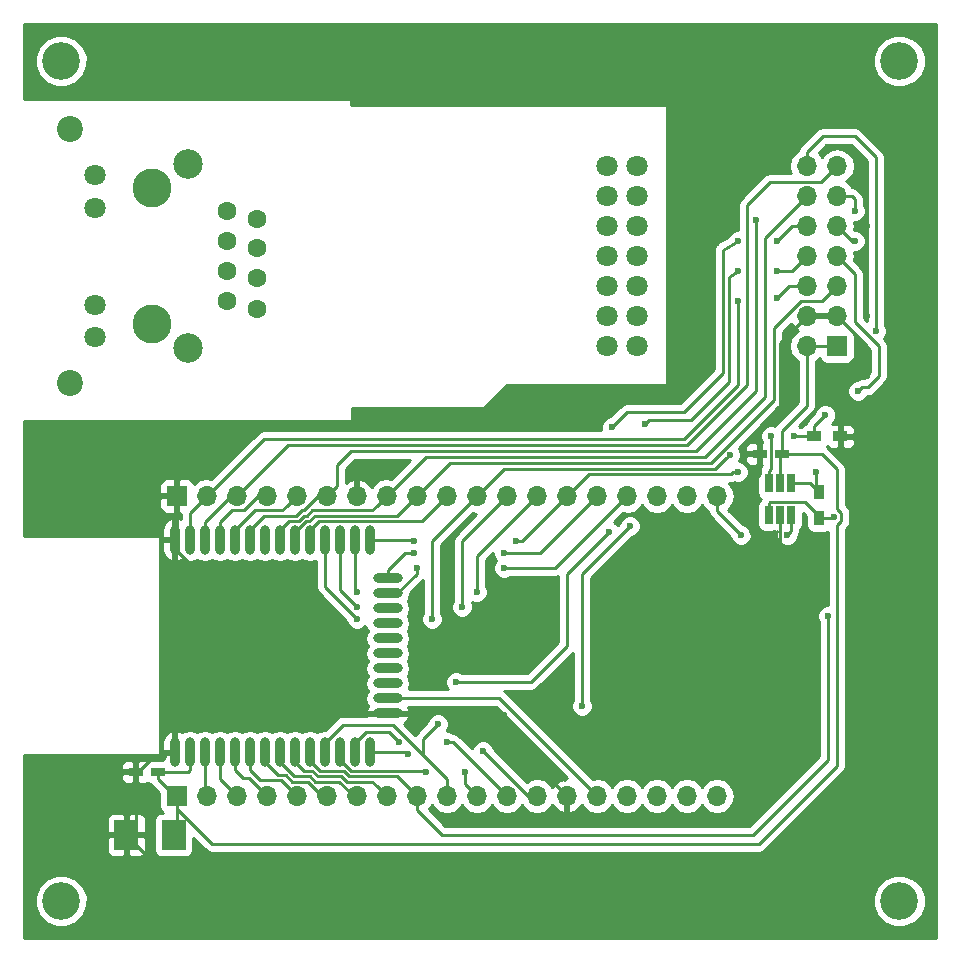
<source format=gbr>
G04 #@! TF.FileFunction,Copper,L1,Top,Signal*
%FSLAX46Y46*%
G04 Gerber Fmt 4.6, Leading zero omitted, Abs format (unit mm)*
G04 Created by KiCad (PCBNEW 4.0.6) date Thu Nov  2 19:42:21 2017*
%MOMM*%
%LPD*%
G01*
G04 APERTURE LIST*
%ADD10C,0.100000*%
%ADD11O,0.900000X2.500000*%
%ADD12O,2.500000X0.900000*%
%ADD13R,6.000000X6.000000*%
%ADD14C,3.500000*%
%ADD15R,2.000000X2.500000*%
%ADD16R,1.200000X0.750000*%
%ADD17R,1.700000X1.700000*%
%ADD18O,1.700000X1.700000*%
%ADD19R,0.900000X1.200000*%
%ADD20R,0.650000X1.560000*%
%ADD21C,3.200000*%
%ADD22C,1.800000*%
%ADD23C,3.300000*%
%ADD24C,1.600000*%
%ADD25C,2.500000*%
%ADD26C,2.200000*%
%ADD27R,1.200000X0.900000*%
%ADD28C,0.600000*%
%ADD29C,0.250000*%
%ADD30C,0.254000*%
G04 APERTURE END LIST*
D10*
D11*
X131910000Y-67200000D03*
X133180000Y-67200000D03*
X134450000Y-67200000D03*
X135720000Y-67200000D03*
X136990000Y-67200000D03*
X138260000Y-67200000D03*
X139530000Y-67200000D03*
X140800000Y-67200000D03*
X142070000Y-67200000D03*
X143340000Y-67200000D03*
X144610000Y-67200000D03*
X145880000Y-67200000D03*
X147150000Y-67200000D03*
X148420000Y-67200000D03*
D12*
X149910000Y-70485000D03*
X149910000Y-71755000D03*
X149910000Y-73025000D03*
X149910000Y-74295000D03*
X149910000Y-75565000D03*
X149910000Y-76835000D03*
X149910000Y-78105000D03*
X149910000Y-79375000D03*
X149910000Y-80645000D03*
X149910000Y-81915000D03*
D11*
X148420000Y-85200000D03*
X147150000Y-85200000D03*
X145880000Y-85200000D03*
X144610000Y-85200000D03*
X143340000Y-85200000D03*
X142070000Y-85200000D03*
X140800000Y-85200000D03*
X139530000Y-85200000D03*
X138260000Y-85200000D03*
X136990000Y-85200000D03*
X135720000Y-85200000D03*
X134450000Y-85200000D03*
X133180000Y-85200000D03*
X131910000Y-85200000D03*
D13*
X139610000Y-76500000D03*
D14*
X139700000Y-76454000D03*
D15*
X127794000Y-92202000D03*
X131794000Y-92202000D03*
D16*
X181422000Y-59944000D03*
X183322000Y-59944000D03*
X128590000Y-86868000D03*
X130490000Y-86868000D03*
D17*
X132080000Y-88900000D03*
D18*
X134620000Y-88900000D03*
X137160000Y-88900000D03*
X139700000Y-88900000D03*
X142240000Y-88900000D03*
X144780000Y-88900000D03*
X147320000Y-88900000D03*
X149860000Y-88900000D03*
X152400000Y-88900000D03*
X154940000Y-88900000D03*
X157480000Y-88900000D03*
X160020000Y-88900000D03*
X162560000Y-88900000D03*
X165100000Y-88900000D03*
X167640000Y-88900000D03*
X170180000Y-88900000D03*
X172720000Y-88900000D03*
X175260000Y-88900000D03*
X177800000Y-88900000D03*
D17*
X132080000Y-63500000D03*
D18*
X134620000Y-63500000D03*
X137160000Y-63500000D03*
X139700000Y-63500000D03*
X142240000Y-63500000D03*
X144780000Y-63500000D03*
X147320000Y-63500000D03*
X149860000Y-63500000D03*
X152400000Y-63500000D03*
X154940000Y-63500000D03*
X157480000Y-63500000D03*
X160020000Y-63500000D03*
X162560000Y-63500000D03*
X165100000Y-63500000D03*
X167640000Y-63500000D03*
X170180000Y-63500000D03*
X172720000Y-63500000D03*
X175260000Y-63500000D03*
X177800000Y-63500000D03*
D19*
X186436000Y-63162000D03*
X186436000Y-65362000D03*
D20*
X182184000Y-65104000D03*
X183134000Y-65104000D03*
X184084000Y-65104000D03*
X184084000Y-62404000D03*
X182184000Y-62404000D03*
X183134000Y-62404000D03*
D21*
X122270000Y-26670000D03*
X122270000Y-97790000D03*
X193230000Y-97790000D03*
X193230000Y-26670000D03*
D22*
X171000000Y-50800000D03*
X171000000Y-48260000D03*
X171000000Y-45720000D03*
X171000000Y-43180000D03*
X171000000Y-40640000D03*
X171000000Y-38100000D03*
X171000000Y-35560000D03*
X168460000Y-38100000D03*
X168460000Y-35560000D03*
X168460000Y-40640000D03*
X168460000Y-43180000D03*
X168460000Y-45720000D03*
X168460000Y-48260000D03*
D23*
X130000000Y-37460000D03*
X130000000Y-48900000D03*
D24*
X136350000Y-46990000D03*
X138890000Y-47630000D03*
X136350000Y-44450000D03*
X138890000Y-45080000D03*
X136350000Y-41910000D03*
X138890000Y-42540000D03*
X136350000Y-39370000D03*
D25*
X133050000Y-35430000D03*
X133050000Y-50930000D03*
D24*
X138890000Y-40010000D03*
D22*
X125140000Y-36340000D03*
X125140000Y-39100000D03*
X125140000Y-47300000D03*
X125140000Y-50020000D03*
X168460000Y-50800000D03*
D26*
X123040000Y-32430000D03*
X123040000Y-53930000D03*
D17*
X187960000Y-50800000D03*
D18*
X185420000Y-50800000D03*
X187960000Y-48260000D03*
X185420000Y-48260000D03*
X187960000Y-45720000D03*
X185420000Y-45720000D03*
X187960000Y-43180000D03*
X185420000Y-43180000D03*
X187960000Y-40640000D03*
X185420000Y-40640000D03*
X187960000Y-38100000D03*
X185420000Y-38100000D03*
X187960000Y-35560000D03*
X185420000Y-35560000D03*
D27*
X186040000Y-58450000D03*
X188240000Y-58450000D03*
D28*
X144780000Y-57785000D03*
X139700000Y-57785000D03*
X134620000Y-57785000D03*
X130175000Y-57785000D03*
X126365000Y-61595000D03*
X129770000Y-26630000D03*
X190500000Y-48260000D03*
X190500000Y-40640000D03*
X185420000Y-31115000D03*
X180975000Y-26670000D03*
X171450000Y-26670000D03*
X162560000Y-26670000D03*
X153670000Y-26670000D03*
X144780000Y-26670000D03*
X137160000Y-26670000D03*
X183515000Y-55880000D03*
X165735000Y-57785000D03*
X160020000Y-57785000D03*
X154940000Y-57785000D03*
X149860000Y-57785000D03*
X145415000Y-78105000D03*
X153670000Y-78105000D03*
X157480000Y-74930000D03*
X160655000Y-71755000D03*
X160655000Y-77470000D03*
X133350000Y-97790000D03*
X140970000Y-97790000D03*
X148590000Y-97790000D03*
X156210000Y-97790000D03*
X163830000Y-97790000D03*
X170815000Y-97790000D03*
X178435000Y-97790000D03*
X185420000Y-86360000D03*
X185420000Y-79375000D03*
X179070000Y-79375000D03*
X179070000Y-83820000D03*
X172085000Y-79375000D03*
X172085000Y-73660000D03*
X164465000Y-79375000D03*
X135255000Y-71120000D03*
X139700000Y-71120000D03*
X139700000Y-81280000D03*
X145415000Y-81280000D03*
X132080000Y-78105000D03*
X132080000Y-81280000D03*
X135255000Y-81280000D03*
X132080000Y-74295000D03*
X135255000Y-78105000D03*
X135255000Y-74295000D03*
X132080000Y-61214000D03*
X147320000Y-61214000D03*
X190500000Y-53340000D03*
X190500000Y-60960000D03*
X190500000Y-68580000D03*
X181864000Y-69850000D03*
X181864000Y-67818000D03*
X180594000Y-65278000D03*
X180594000Y-62484000D03*
X164846000Y-82804000D03*
X156464000Y-82804000D03*
X189484000Y-41910000D03*
X187198000Y-73660000D03*
X182880000Y-41910000D03*
X179578000Y-41910000D03*
X168910000Y-57658000D03*
X154178000Y-82804000D03*
X155702000Y-79248000D03*
X168656000Y-66548000D03*
X182880000Y-44450000D03*
X179578000Y-44450000D03*
X171704000Y-57404000D03*
X170434000Y-66040000D03*
X166370000Y-81280000D03*
X156464000Y-86868000D03*
X153162000Y-86868000D03*
X154940000Y-84328000D03*
X150876000Y-84328000D03*
X157988000Y-85090000D03*
X151638000Y-85344000D03*
X182880000Y-46736000D03*
X179578000Y-46990000D03*
X189738000Y-54610000D03*
X187706000Y-65278000D03*
X189484000Y-39370000D03*
X181102000Y-40132000D03*
X186970000Y-56640000D03*
X184340000Y-58420000D03*
X178876949Y-60004949D03*
X191262000Y-49530000D03*
X182372000Y-58420000D03*
X153670000Y-73914000D03*
X147320000Y-73914000D03*
X156210000Y-72898000D03*
X147320000Y-72898000D03*
X157480000Y-71628000D03*
X147320000Y-71628000D03*
X186182000Y-61468000D03*
X179578000Y-61468000D03*
X160782000Y-67310000D03*
X152146000Y-67310000D03*
X159766000Y-68326000D03*
X152146000Y-68326000D03*
X159766000Y-69596000D03*
X152400000Y-69596000D03*
X183759010Y-66802000D03*
X179832000Y-66802000D03*
D29*
X190490000Y-59580000D02*
X189360000Y-58450000D01*
X189360000Y-58450000D02*
X188240000Y-58450000D01*
X190490000Y-60525736D02*
X190490000Y-59580000D01*
X190500000Y-60960000D02*
X190500000Y-60535736D01*
X190500000Y-60535736D02*
X190490000Y-60525736D01*
X132080000Y-61214000D02*
X128146000Y-61214000D01*
X139700000Y-57785000D02*
X144780000Y-57785000D01*
X134620000Y-57785000D02*
X130175000Y-57785000D01*
X126365000Y-61595000D02*
X127765000Y-61595000D01*
X128146000Y-61214000D02*
X127765000Y-61595000D01*
X137160000Y-26670000D02*
X129810000Y-26670000D01*
X129810000Y-26670000D02*
X129770000Y-26630000D01*
X190500000Y-48260000D02*
X190500000Y-40640000D01*
X185420000Y-31115000D02*
X180975000Y-26670000D01*
X171450000Y-26670000D02*
X162560000Y-26670000D01*
X153670000Y-26670000D02*
X144780000Y-26670000D01*
X183007000Y-56007000D02*
X183388000Y-56007000D01*
X183388000Y-56007000D02*
X183515000Y-55880000D01*
X165735000Y-57785000D02*
X160020000Y-57785000D01*
X154940000Y-57785000D02*
X149860000Y-57785000D01*
X143810000Y-76500000D02*
X145415000Y-78105000D01*
X143810000Y-76500000D02*
X139610000Y-76500000D01*
X156845000Y-78105000D02*
X153670000Y-78105000D01*
X157480000Y-77470000D02*
X156845000Y-78105000D01*
X157480000Y-74930000D02*
X157480000Y-77470000D01*
X160655000Y-77470000D02*
X160655000Y-71755000D01*
X127794000Y-92202000D02*
X127794000Y-92234000D01*
X127794000Y-92234000D02*
X133350000Y-97790000D01*
X140970000Y-97790000D02*
X148590000Y-97790000D01*
X156210000Y-97790000D02*
X163830000Y-97790000D01*
X170815000Y-97790000D02*
X178435000Y-97790000D01*
X185420000Y-86360000D02*
X185420000Y-79375000D01*
X179070000Y-79375000D02*
X179070000Y-83820000D01*
X172085000Y-79375000D02*
X172085000Y-73660000D01*
X164465000Y-82550000D02*
X165100000Y-83185000D01*
X164465000Y-79375000D02*
X164465000Y-82550000D01*
X132080000Y-71120000D02*
X135255000Y-71120000D01*
X139700000Y-71120000D02*
X139610000Y-71210000D01*
X139610000Y-71210000D02*
X139610000Y-76500000D01*
X139610000Y-81190000D02*
X139610000Y-76500000D01*
X139700000Y-81280000D02*
X139610000Y-81190000D01*
X145161000Y-81915000D02*
X145161000Y-81534000D01*
X145161000Y-81534000D02*
X145415000Y-81280000D01*
X132080000Y-78105000D02*
X132080000Y-81280000D01*
X135255000Y-81280000D02*
X135064500Y-81089500D01*
X135064500Y-81089500D02*
X135255000Y-81280000D01*
X132080000Y-74295000D02*
X132080000Y-71120000D01*
X132080000Y-71120000D02*
X135255000Y-74295000D01*
X135255000Y-78105000D02*
X132080000Y-81280000D01*
X131910000Y-67200000D02*
X131910000Y-70950000D01*
X131910000Y-81745000D02*
X132080000Y-81915000D01*
X131910000Y-81450000D02*
X131910000Y-81745000D01*
X132080000Y-81280000D02*
X131910000Y-81450000D01*
X131910000Y-70950000D02*
X132080000Y-71120000D01*
X128590000Y-86868000D02*
X128590000Y-91406000D01*
X128590000Y-91406000D02*
X127794000Y-92202000D01*
X132080000Y-63500000D02*
X132080000Y-61214000D01*
X147320000Y-63500000D02*
X147320000Y-61214000D01*
X190500000Y-53340000D02*
X190500000Y-50800000D01*
X190500000Y-50800000D02*
X187960000Y-48260000D01*
X190500000Y-68580000D02*
X190500000Y-60960000D01*
X183134000Y-70104000D02*
X183134000Y-69850000D01*
X183134000Y-69850000D02*
X183134000Y-65104000D01*
X181864000Y-69850000D02*
X183134000Y-69850000D01*
X180594000Y-65278000D02*
X180594000Y-66548000D01*
X180594000Y-66548000D02*
X181864000Y-67818000D01*
X181422000Y-59944000D02*
X181422000Y-61656000D01*
X181422000Y-61656000D02*
X180594000Y-62484000D01*
X183134000Y-55880000D02*
X183007000Y-56007000D01*
X185420000Y-48260000D02*
X183134000Y-50546000D01*
X183134000Y-50546000D02*
X183134000Y-55880000D01*
X183007000Y-56007000D02*
X181422000Y-57592000D01*
X181422000Y-57592000D02*
X181422000Y-59944000D01*
X187960000Y-48260000D02*
X186757919Y-48260000D01*
X186757919Y-48260000D02*
X185420000Y-48260000D01*
X170733999Y-82504001D02*
X183134000Y-70104000D01*
X164846000Y-82804000D02*
X165145999Y-82504001D01*
X165145999Y-82504001D02*
X170733999Y-82504001D01*
X156464000Y-81915000D02*
X159893000Y-81915000D01*
X149910000Y-81915000D02*
X156464000Y-81915000D01*
X156464000Y-81915000D02*
X156464000Y-82804000D01*
X132080000Y-63500000D02*
X132080000Y-67030000D01*
X132080000Y-67030000D02*
X131910000Y-67200000D01*
X131910000Y-67200000D02*
X131910000Y-68000000D01*
X139700000Y-75790000D02*
X139700000Y-76454000D01*
X131910000Y-68000000D02*
X139700000Y-75790000D01*
X131910000Y-81704000D02*
X134450000Y-81704000D01*
X134450000Y-81704000D02*
X139700000Y-76454000D01*
X131910000Y-85200000D02*
X131910000Y-81704000D01*
X159893000Y-81915000D02*
X159893000Y-83693000D01*
X159893000Y-83693000D02*
X165100000Y-88900000D01*
X139700000Y-76454000D02*
X145161000Y-81915000D01*
X145161000Y-81915000D02*
X149910000Y-81915000D01*
X131910000Y-85200000D02*
X131210000Y-85200000D01*
X131210000Y-85200000D02*
X131064000Y-85346000D01*
X130810000Y-85852000D02*
X129831000Y-85852000D01*
X131064000Y-85346000D02*
X131064000Y-85598000D01*
X131064000Y-85598000D02*
X130810000Y-85852000D01*
X128815000Y-86868000D02*
X128590000Y-86868000D01*
X129831000Y-85852000D02*
X128815000Y-86868000D01*
X130490000Y-86868000D02*
X130490000Y-87493000D01*
X130490000Y-87493000D02*
X131897000Y-88900000D01*
X131897000Y-88900000D02*
X132080000Y-88900000D01*
X132080000Y-88900000D02*
X132080000Y-91916000D01*
X132080000Y-91916000D02*
X131794000Y-92202000D01*
X186690000Y-59944000D02*
X184172000Y-59944000D01*
X187960000Y-61214000D02*
X186690000Y-59944000D01*
X184172000Y-59944000D02*
X183322000Y-59944000D01*
X188331002Y-65578002D02*
X188331002Y-64977998D01*
X187960000Y-64606996D02*
X187960000Y-61214000D01*
X187960000Y-65949004D02*
X188331002Y-65578002D01*
X187960000Y-86360000D02*
X187960000Y-65949004D01*
X135044000Y-92964000D02*
X181356000Y-92964000D01*
X132080000Y-90000000D02*
X135044000Y-92964000D01*
X132080000Y-88900000D02*
X132080000Y-90000000D01*
X188331002Y-64977998D02*
X187960000Y-64606996D01*
X181356000Y-92964000D02*
X187960000Y-86360000D01*
X185420000Y-50800000D02*
X187960000Y-50800000D01*
X185420000Y-55880000D02*
X185420000Y-50800000D01*
X183322000Y-57978000D02*
X185420000Y-55880000D01*
X183322000Y-59944000D02*
X183322000Y-57978000D01*
X183134000Y-62404000D02*
X183134000Y-60132000D01*
X183134000Y-60132000D02*
X183322000Y-59944000D01*
X133180000Y-85200000D02*
X133180000Y-86700000D01*
X131340000Y-86868000D02*
X130490000Y-86868000D01*
X133180000Y-86700000D02*
X133012000Y-86868000D01*
X133012000Y-86868000D02*
X131340000Y-86868000D01*
X131826000Y-89154000D02*
X132080000Y-88900000D01*
X134450000Y-85200000D02*
X134450000Y-88730000D01*
X134450000Y-88730000D02*
X134620000Y-88900000D01*
X137160000Y-88900000D02*
X135720000Y-87460000D01*
X135720000Y-87460000D02*
X135720000Y-85200000D01*
X139700000Y-88900000D02*
X138176000Y-87376000D01*
X138176000Y-87376000D02*
X137666000Y-87376000D01*
X137666000Y-87376000D02*
X136990000Y-86700000D01*
X136990000Y-86700000D02*
X136990000Y-85200000D01*
X138260000Y-86700000D02*
X139132011Y-87572011D01*
X139132011Y-87572011D02*
X140912011Y-87572011D01*
X138260000Y-85200000D02*
X138260000Y-86700000D01*
X140912011Y-87572011D02*
X141390001Y-88050001D01*
X141390001Y-88050001D02*
X142240000Y-88900000D01*
X141838621Y-87675032D02*
X143169800Y-87675032D01*
X143169800Y-87675032D02*
X144394768Y-88900000D01*
X140652000Y-87122000D02*
X141285589Y-87122000D01*
X139530000Y-86000000D02*
X140652000Y-87122000D01*
X139530000Y-85200000D02*
X139530000Y-86000000D01*
X144394768Y-88900000D02*
X144780000Y-88900000D01*
X141285589Y-87122000D02*
X141838621Y-87675032D01*
X147044739Y-88900000D02*
X147320000Y-88900000D01*
X143356200Y-87225021D02*
X143806210Y-87675032D01*
X143806210Y-87675032D02*
X145819771Y-87675032D01*
X140800000Y-85200000D02*
X140800000Y-86000000D01*
X140800000Y-86000000D02*
X142025021Y-87225021D01*
X145819771Y-87675032D02*
X147044739Y-88900000D01*
X142025021Y-87225021D02*
X143356200Y-87225021D01*
X149010001Y-88050001D02*
X149860000Y-88900000D01*
X146456181Y-87675032D02*
X148635032Y-87675032D01*
X143992610Y-87225021D02*
X146006171Y-87225021D01*
X143542600Y-86775010D02*
X143992610Y-87225021D01*
X142070000Y-85200000D02*
X142070000Y-86000000D01*
X148635032Y-87675032D02*
X149010001Y-88050001D01*
X142070000Y-86000000D02*
X142845010Y-86775010D01*
X146006171Y-87225021D02*
X146456181Y-87675032D01*
X142845010Y-86775010D02*
X143542600Y-86775010D01*
X189484000Y-41910000D02*
X189230000Y-41910000D01*
X189230000Y-41910000D02*
X187960000Y-40640000D01*
X180848000Y-92202000D02*
X187198000Y-85852000D01*
X187198000Y-85852000D02*
X187198000Y-73660000D01*
X154499919Y-92202000D02*
X180848000Y-92202000D01*
X152400000Y-88900000D02*
X152400000Y-90102081D01*
X152400000Y-90102081D02*
X154499919Y-92202000D01*
X150725021Y-87225021D02*
X151550001Y-88050001D01*
X144179010Y-86775010D02*
X146192571Y-86775010D01*
X143340000Y-85936000D02*
X144179010Y-86775010D01*
X146642581Y-87225021D02*
X150725021Y-87225021D01*
X146192571Y-86775010D02*
X146642581Y-87225021D01*
X151550001Y-88050001D02*
X152400000Y-88900000D01*
X143340000Y-85200000D02*
X143340000Y-85936000D01*
X143340000Y-85200000D02*
X143340000Y-85826029D01*
X182880000Y-41910000D02*
X184150000Y-40640000D01*
X184150000Y-40640000D02*
X185420000Y-40640000D01*
X178308000Y-53086000D02*
X178308000Y-42672000D01*
X178308000Y-42672000D02*
X179578000Y-41910000D01*
X175006000Y-56388000D02*
X178308000Y-53086000D01*
X170180000Y-56388000D02*
X175006000Y-56388000D01*
X168910000Y-57658000D02*
X170180000Y-56388000D01*
X165100000Y-76200000D02*
X165100000Y-70104000D01*
X152908000Y-84074000D02*
X154178000Y-82804000D01*
X152908000Y-85434996D02*
X152908000Y-84074000D01*
X155702000Y-79248000D02*
X162052000Y-79248000D01*
X162052000Y-79248000D02*
X165100000Y-76200000D01*
X165100000Y-70104000D02*
X168656000Y-66548000D01*
X152908000Y-85434996D02*
X154940000Y-87466996D01*
X150336354Y-82863350D02*
X152908000Y-85434996D01*
X154940000Y-87697919D02*
X154940000Y-88900000D01*
X154940000Y-87466996D02*
X154940000Y-87697919D01*
X146146650Y-82863350D02*
X150336354Y-82863350D01*
X144610000Y-84400000D02*
X146146650Y-82863350D01*
X144610000Y-85200000D02*
X144610000Y-84400000D01*
X182880000Y-44450000D02*
X184150000Y-44450000D01*
X184150000Y-44450000D02*
X185420000Y-43180000D01*
X178816000Y-53848000D02*
X178816000Y-44958000D01*
X178816000Y-44958000D02*
X179578000Y-44450000D01*
X175559999Y-57104001D02*
X178816000Y-53848000D01*
X171704000Y-57404000D02*
X172003999Y-57104001D01*
X172003999Y-57104001D02*
X175559999Y-57104001D01*
X166370000Y-81280000D02*
X166370000Y-70104000D01*
X166370000Y-70104000D02*
X170434000Y-66040000D01*
X156464000Y-86868000D02*
X156464000Y-87884000D01*
X156464000Y-87884000D02*
X157480000Y-88900000D01*
X146828981Y-86775010D02*
X153069010Y-86775010D01*
X145880000Y-85826029D02*
X146828981Y-86775010D01*
X145880000Y-85200000D02*
X145880000Y-85826029D01*
X153069010Y-86775010D02*
X153162000Y-86868000D01*
X154940000Y-84328000D02*
X155448000Y-84328000D01*
X155448000Y-84328000D02*
X160020000Y-88900000D01*
X148090191Y-83459809D02*
X150007809Y-83459809D01*
X147150000Y-85200000D02*
X147150000Y-84400000D01*
X150007809Y-83459809D02*
X150876000Y-84328000D01*
X147150000Y-84400000D02*
X148090191Y-83459809D01*
X157988000Y-85090000D02*
X161798000Y-88900000D01*
X161798000Y-88900000D02*
X162560000Y-88900000D01*
X148420000Y-85200000D02*
X151494000Y-85200000D01*
X151494000Y-85200000D02*
X151638000Y-85344000D01*
X149910000Y-80645000D02*
X159385000Y-80645000D01*
X159385000Y-80645000D02*
X167640000Y-88900000D01*
X184950998Y-46990000D02*
X186690000Y-46990000D01*
X186690000Y-46990000D02*
X187960000Y-45720000D01*
X182626000Y-55372000D02*
X182626000Y-49314998D01*
X182626000Y-49314998D02*
X184950998Y-46990000D01*
X177292000Y-60706000D02*
X182626000Y-55372000D01*
X155194000Y-60706000D02*
X177292000Y-60706000D01*
X152400000Y-63500000D02*
X155194000Y-60706000D01*
X143018981Y-65624990D02*
X143288600Y-65624990D01*
X142070000Y-66573971D02*
X143018981Y-65624990D01*
X151550001Y-64349999D02*
X152400000Y-63500000D01*
X150725021Y-65174979D02*
X151550001Y-64349999D01*
X143738611Y-65174979D02*
X150725021Y-65174979D01*
X142070000Y-67200000D02*
X142070000Y-66573971D01*
X143288600Y-65624990D02*
X143738611Y-65174979D01*
X182880000Y-46736000D02*
X183896000Y-45720000D01*
X183896000Y-45720000D02*
X185420000Y-45720000D01*
X175006000Y-58674000D02*
X179578000Y-54102000D01*
X179578000Y-54102000D02*
X179578000Y-46990000D01*
X139446000Y-58674000D02*
X175006000Y-58674000D01*
X134620000Y-63500000D02*
X139446000Y-58674000D01*
X133180000Y-67200000D02*
X133180000Y-64940000D01*
X133180000Y-64940000D02*
X134620000Y-63500000D01*
X189484000Y-48768000D02*
X189484000Y-44704000D01*
X189484000Y-44704000D02*
X187960000Y-43180000D01*
X191516000Y-50800000D02*
X189484000Y-48768000D01*
X191516000Y-53340000D02*
X191516000Y-50800000D01*
X190545999Y-54310001D02*
X191516000Y-53340000D01*
X189738000Y-54610000D02*
X190037999Y-54310001D01*
X190037999Y-54310001D02*
X190545999Y-54310001D01*
X186436000Y-65362000D02*
X187622000Y-65362000D01*
X187622000Y-65362000D02*
X187706000Y-65278000D01*
X182184000Y-65104000D02*
X182184000Y-64074000D01*
X182184000Y-64074000D02*
X182259001Y-63998999D01*
X182259001Y-63998999D02*
X185222999Y-63998999D01*
X185222999Y-63998999D02*
X186436000Y-65212000D01*
X186436000Y-65212000D02*
X186436000Y-65362000D01*
X189484000Y-39370000D02*
X189484000Y-38354000D01*
X189484000Y-38354000D02*
X189230000Y-38100000D01*
X189230000Y-38100000D02*
X187960000Y-38100000D01*
X176022000Y-59690000D02*
X181102000Y-54610000D01*
X181102000Y-54610000D02*
X181102000Y-40132000D01*
X146812000Y-59690000D02*
X176022000Y-59690000D01*
X145629999Y-60872001D02*
X146812000Y-59690000D01*
X144780000Y-63500000D02*
X145629999Y-62650001D01*
X145629999Y-62650001D02*
X145629999Y-60872001D01*
X142196171Y-65174979D02*
X142696148Y-64675001D01*
X139485021Y-65174979D02*
X142196171Y-65174979D01*
X142804001Y-64675001D02*
X143979002Y-63500000D01*
X138260000Y-66400000D02*
X139485021Y-65174979D01*
X138260000Y-67200000D02*
X138260000Y-66400000D01*
X142696148Y-64675001D02*
X142804001Y-64675001D01*
X143979002Y-63500000D02*
X144780000Y-63500000D01*
X181864000Y-55118000D02*
X181864000Y-41656000D01*
X181864000Y-41656000D02*
X185420000Y-38100000D01*
X176784000Y-60198000D02*
X181864000Y-55118000D01*
X153162000Y-60198000D02*
X176784000Y-60198000D01*
X149860000Y-63500000D02*
X153162000Y-60198000D01*
X142832581Y-65174979D02*
X143102201Y-65174979D01*
X141575010Y-65624990D02*
X142382571Y-65624990D01*
X143102201Y-65174979D02*
X143552212Y-64724968D01*
X142382571Y-65624990D02*
X142832581Y-65174979D01*
X140800000Y-67200000D02*
X140800000Y-66400000D01*
X140800000Y-66400000D02*
X141575010Y-65624990D01*
X148635032Y-64724968D02*
X149010001Y-64349999D01*
X143552212Y-64724968D02*
X148635032Y-64724968D01*
X149010001Y-64349999D02*
X149860000Y-63500000D01*
X180340000Y-38862000D02*
X182277001Y-36924999D01*
X182277001Y-36924999D02*
X186595001Y-36924999D01*
X186595001Y-36924999D02*
X187110001Y-36409999D01*
X187110001Y-36409999D02*
X187960000Y-35560000D01*
X180340000Y-54102000D02*
X180340000Y-38862000D01*
X175260000Y-59182000D02*
X180340000Y-54102000D01*
X141478000Y-59182000D02*
X175260000Y-59182000D01*
X137160000Y-63500000D02*
X141478000Y-59182000D01*
X136650000Y-63500000D02*
X137160000Y-63500000D01*
X134450000Y-65700000D02*
X136650000Y-63500000D01*
X134450000Y-67200000D02*
X134450000Y-65700000D01*
X186040000Y-58450000D02*
X186040000Y-57570000D01*
X186040000Y-57570000D02*
X186970000Y-56640000D01*
X184340000Y-58420000D02*
X186010000Y-58420000D01*
X186010000Y-58420000D02*
X186040000Y-58450000D01*
X177667898Y-61214000D02*
X178576950Y-60304948D01*
X157480000Y-63500000D02*
X159766000Y-61214000D01*
X178576950Y-60304948D02*
X178876949Y-60004949D01*
X159766000Y-61214000D02*
X177667898Y-61214000D01*
X189484000Y-33020000D02*
X191262000Y-34798000D01*
X191262000Y-34798000D02*
X191262000Y-49530000D01*
X186757919Y-33020000D02*
X189484000Y-33020000D01*
X185420000Y-35560000D02*
X185420000Y-34357919D01*
X185420000Y-34357919D02*
X186757919Y-33020000D01*
X182184000Y-62404000D02*
X182184000Y-61374000D01*
X182184000Y-61374000D02*
X182372000Y-61186000D01*
X182372000Y-61186000D02*
X182372000Y-58420000D01*
X156630001Y-64349999D02*
X157480000Y-63500000D01*
X153670000Y-73914000D02*
X153670000Y-67310000D01*
X153670000Y-67310000D02*
X156630001Y-64349999D01*
X144610000Y-67200000D02*
X144610000Y-71204000D01*
X144610000Y-71204000D02*
X147320000Y-73914000D01*
X138899002Y-63500000D02*
X139700000Y-63500000D01*
X135720000Y-65700000D02*
X136744999Y-64675001D01*
X135720000Y-67200000D02*
X135720000Y-65700000D01*
X137724001Y-64675001D02*
X138899002Y-63500000D01*
X136744999Y-64675001D02*
X137724001Y-64675001D01*
X138665032Y-64724968D02*
X141015032Y-64724968D01*
X136990000Y-67200000D02*
X136990000Y-66400000D01*
X136990000Y-66400000D02*
X138665032Y-64724968D01*
X141390001Y-64349999D02*
X142240000Y-63500000D01*
X141015032Y-64724968D02*
X141390001Y-64349999D01*
X143340000Y-67200000D02*
X143340000Y-66400000D01*
X152815010Y-65624990D02*
X154940000Y-63500000D01*
X143340000Y-66400000D02*
X144115010Y-65624990D01*
X144115010Y-65624990D02*
X152815010Y-65624990D01*
X156210000Y-72898000D02*
X156210000Y-67310000D01*
X156210000Y-67310000D02*
X160020000Y-63500000D01*
X145880000Y-67200000D02*
X145880000Y-71458000D01*
X145880000Y-71458000D02*
X147320000Y-72898000D01*
X157480000Y-71628000D02*
X157480000Y-68580000D01*
X157480000Y-68580000D02*
X162560000Y-63500000D01*
X147150000Y-67200000D02*
X147150000Y-71458000D01*
X147150000Y-71458000D02*
X147320000Y-71628000D01*
X179153736Y-61468000D02*
X179578000Y-61468000D01*
X178957725Y-61664011D02*
X179153736Y-61468000D01*
X166935989Y-61664011D02*
X178957725Y-61664011D01*
X165100000Y-63500000D02*
X166935989Y-61664011D01*
X186182000Y-61468000D02*
X186182000Y-62908000D01*
X186182000Y-62908000D02*
X186436000Y-63162000D01*
X184084000Y-62404000D02*
X185678000Y-62404000D01*
X185678000Y-62404000D02*
X186436000Y-63162000D01*
X160782000Y-67310000D02*
X161290000Y-67310000D01*
X161290000Y-67310000D02*
X165100000Y-63500000D01*
X148420000Y-67200000D02*
X152036000Y-67200000D01*
X152036000Y-67200000D02*
X152146000Y-67310000D01*
X159766000Y-68326000D02*
X162814000Y-68326000D01*
X162814000Y-68326000D02*
X167640000Y-63500000D01*
X149910000Y-70485000D02*
X149910000Y-69785000D01*
X149910000Y-69785000D02*
X151369000Y-68326000D01*
X151369000Y-68326000D02*
X152146000Y-68326000D01*
X159766000Y-69596000D02*
X164084000Y-69596000D01*
X164084000Y-69596000D02*
X170180000Y-63500000D01*
X149910000Y-71755000D02*
X150710000Y-71755000D01*
X150710000Y-71755000D02*
X152400000Y-70065000D01*
X152400000Y-70065000D02*
X152400000Y-69891029D01*
X152400000Y-69891029D02*
X152400000Y-69596000D01*
X184059009Y-66502001D02*
X183759010Y-66802000D01*
X184084000Y-66477010D02*
X184059009Y-66502001D01*
X184084000Y-65104000D02*
X184084000Y-66477010D01*
X177800000Y-63500000D02*
X177800000Y-64770000D01*
X177800000Y-64770000D02*
X179832000Y-66802000D01*
X139530000Y-67200000D02*
X139530000Y-66400000D01*
D30*
G36*
X196330000Y-100890000D02*
X119160000Y-100890000D01*
X119160000Y-98232619D01*
X120034613Y-98232619D01*
X120374155Y-99054372D01*
X121002321Y-99683636D01*
X121823481Y-100024611D01*
X122712619Y-100025387D01*
X123534372Y-99685845D01*
X124163636Y-99057679D01*
X124504611Y-98236519D01*
X124504614Y-98232619D01*
X190994613Y-98232619D01*
X191334155Y-99054372D01*
X191962321Y-99683636D01*
X192783481Y-100024611D01*
X193672619Y-100025387D01*
X194494372Y-99685845D01*
X195123636Y-99057679D01*
X195464611Y-98236519D01*
X195465387Y-97347381D01*
X195125845Y-96525628D01*
X194497679Y-95896364D01*
X193676519Y-95555389D01*
X192787381Y-95554613D01*
X191965628Y-95894155D01*
X191336364Y-96522321D01*
X190995389Y-97343481D01*
X190994613Y-98232619D01*
X124504614Y-98232619D01*
X124505387Y-97347381D01*
X124165845Y-96525628D01*
X123537679Y-95896364D01*
X122716519Y-95555389D01*
X121827381Y-95554613D01*
X121005628Y-95894155D01*
X120376364Y-96522321D01*
X120035389Y-97343481D01*
X120034613Y-98232619D01*
X119160000Y-98232619D01*
X119160000Y-92487750D01*
X126159000Y-92487750D01*
X126159000Y-93578310D01*
X126255673Y-93811699D01*
X126434302Y-93990327D01*
X126667691Y-94087000D01*
X127508250Y-94087000D01*
X127667000Y-93928250D01*
X127667000Y-92329000D01*
X127921000Y-92329000D01*
X127921000Y-93928250D01*
X128079750Y-94087000D01*
X128920309Y-94087000D01*
X129153698Y-93990327D01*
X129332327Y-93811699D01*
X129429000Y-93578310D01*
X129429000Y-92487750D01*
X129270250Y-92329000D01*
X127921000Y-92329000D01*
X127667000Y-92329000D01*
X126317750Y-92329000D01*
X126159000Y-92487750D01*
X119160000Y-92487750D01*
X119160000Y-90825690D01*
X126159000Y-90825690D01*
X126159000Y-91916250D01*
X126317750Y-92075000D01*
X127667000Y-92075000D01*
X127667000Y-90475750D01*
X127921000Y-90475750D01*
X127921000Y-92075000D01*
X129270250Y-92075000D01*
X129429000Y-91916250D01*
X129429000Y-90825690D01*
X129332327Y-90592301D01*
X129153698Y-90413673D01*
X128920309Y-90317000D01*
X128079750Y-90317000D01*
X127921000Y-90475750D01*
X127667000Y-90475750D01*
X127508250Y-90317000D01*
X126667691Y-90317000D01*
X126434302Y-90413673D01*
X126255673Y-90592301D01*
X126159000Y-90825690D01*
X119160000Y-90825690D01*
X119160000Y-87153750D01*
X127355000Y-87153750D01*
X127355000Y-87369310D01*
X127451673Y-87602699D01*
X127630302Y-87781327D01*
X127863691Y-87878000D01*
X128304250Y-87878000D01*
X128463000Y-87719250D01*
X128463000Y-86995000D01*
X127513750Y-86995000D01*
X127355000Y-87153750D01*
X119160000Y-87153750D01*
X119160000Y-86366690D01*
X127355000Y-86366690D01*
X127355000Y-86582250D01*
X127513750Y-86741000D01*
X128463000Y-86741000D01*
X128463000Y-86016750D01*
X128717000Y-86016750D01*
X128717000Y-86741000D01*
X128737000Y-86741000D01*
X128737000Y-86995000D01*
X128717000Y-86995000D01*
X128717000Y-87719250D01*
X128875750Y-87878000D01*
X129316309Y-87878000D01*
X129549698Y-87781327D01*
X129551068Y-87779957D01*
X129638110Y-87839431D01*
X129854242Y-87883199D01*
X129952599Y-88030401D01*
X130582560Y-88660362D01*
X130582560Y-89750000D01*
X130626838Y-89985317D01*
X130765910Y-90201441D01*
X130916830Y-90304560D01*
X130794000Y-90304560D01*
X130558683Y-90348838D01*
X130342559Y-90487910D01*
X130197569Y-90700110D01*
X130146560Y-90952000D01*
X130146560Y-93452000D01*
X130190838Y-93687317D01*
X130329910Y-93903441D01*
X130542110Y-94048431D01*
X130794000Y-94099440D01*
X132794000Y-94099440D01*
X133029317Y-94055162D01*
X133245441Y-93916090D01*
X133390431Y-93703890D01*
X133441440Y-93452000D01*
X133441440Y-92436242D01*
X134506599Y-93501401D01*
X134753161Y-93666148D01*
X135044000Y-93724000D01*
X181356000Y-93724000D01*
X181646839Y-93666148D01*
X181893401Y-93501401D01*
X188497401Y-86897401D01*
X188662148Y-86650840D01*
X188720000Y-86360000D01*
X188720000Y-66263806D01*
X188868403Y-66115403D01*
X189033150Y-65868841D01*
X189091002Y-65578002D01*
X189091002Y-64977998D01*
X189033150Y-64687159D01*
X188868403Y-64440597D01*
X188720000Y-64292194D01*
X188720000Y-61214000D01*
X188693974Y-61083161D01*
X188662148Y-60923160D01*
X188497401Y-60676599D01*
X187227401Y-59406599D01*
X187114116Y-59330904D01*
X187137969Y-59295994D01*
X187280302Y-59438327D01*
X187513691Y-59535000D01*
X187954250Y-59535000D01*
X188113000Y-59376250D01*
X188113000Y-58577000D01*
X188367000Y-58577000D01*
X188367000Y-59376250D01*
X188525750Y-59535000D01*
X188966309Y-59535000D01*
X189199698Y-59438327D01*
X189378327Y-59259699D01*
X189475000Y-59026310D01*
X189475000Y-58735750D01*
X189316250Y-58577000D01*
X188367000Y-58577000D01*
X188113000Y-58577000D01*
X188093000Y-58577000D01*
X188093000Y-58323000D01*
X188113000Y-58323000D01*
X188113000Y-57523750D01*
X188367000Y-57523750D01*
X188367000Y-58323000D01*
X189316250Y-58323000D01*
X189475000Y-58164250D01*
X189475000Y-57873690D01*
X189378327Y-57640301D01*
X189199698Y-57461673D01*
X188966309Y-57365000D01*
X188525750Y-57365000D01*
X188367000Y-57523750D01*
X188113000Y-57523750D01*
X187954250Y-57365000D01*
X187567179Y-57365000D01*
X187762192Y-57170327D01*
X187904838Y-56826799D01*
X187905162Y-56454833D01*
X187763117Y-56111057D01*
X187500327Y-55847808D01*
X187156799Y-55705162D01*
X186784833Y-55704838D01*
X186441057Y-55846883D01*
X186177808Y-56109673D01*
X186035162Y-56453201D01*
X186035121Y-56500077D01*
X185502599Y-57032599D01*
X185337852Y-57279161D01*
X185318712Y-57375382D01*
X185204683Y-57396838D01*
X184988559Y-57535910D01*
X184903772Y-57660000D01*
X184902463Y-57660000D01*
X184870327Y-57627808D01*
X184783181Y-57591621D01*
X185957401Y-56417401D01*
X186122148Y-56170839D01*
X186180000Y-55880000D01*
X186180000Y-52063301D01*
X186499147Y-51850054D01*
X186499971Y-51848821D01*
X186506838Y-51885317D01*
X186645910Y-52101441D01*
X186858110Y-52246431D01*
X187110000Y-52297440D01*
X188810000Y-52297440D01*
X189045317Y-52253162D01*
X189261441Y-52114090D01*
X189406431Y-51901890D01*
X189457440Y-51650000D01*
X189457440Y-49950000D01*
X189426438Y-49785240D01*
X190756000Y-51114802D01*
X190756000Y-53025198D01*
X190231197Y-53550001D01*
X190037999Y-53550001D01*
X189747160Y-53607853D01*
X189646787Y-53674920D01*
X189552833Y-53674838D01*
X189209057Y-53816883D01*
X188945808Y-54079673D01*
X188803162Y-54423201D01*
X188802838Y-54795167D01*
X188944883Y-55138943D01*
X189207673Y-55402192D01*
X189551201Y-55544838D01*
X189923167Y-55545162D01*
X190266943Y-55403117D01*
X190530192Y-55140327D01*
X190560600Y-55067097D01*
X190836838Y-55012149D01*
X191083400Y-54847402D01*
X192053401Y-53877401D01*
X192218148Y-53630839D01*
X192276000Y-53340000D01*
X192276000Y-50800000D01*
X192218148Y-50509161D01*
X192053401Y-50262599D01*
X191952572Y-50161770D01*
X192054192Y-50060327D01*
X192196838Y-49716799D01*
X192197162Y-49344833D01*
X192055117Y-49001057D01*
X192022000Y-48967882D01*
X192022000Y-34798000D01*
X191964148Y-34507161D01*
X191799401Y-34260599D01*
X190021401Y-32482599D01*
X189774839Y-32317852D01*
X189484000Y-32260000D01*
X186757919Y-32260000D01*
X186467079Y-32317852D01*
X186220518Y-32482599D01*
X184882599Y-33820518D01*
X184717852Y-34067080D01*
X184674044Y-34287315D01*
X184340853Y-34509946D01*
X184018946Y-34991715D01*
X183905907Y-35560000D01*
X184018946Y-36128285D01*
X184043477Y-36164999D01*
X182277001Y-36164999D01*
X181986162Y-36222851D01*
X181739600Y-36387598D01*
X179802599Y-38324599D01*
X179637852Y-38571161D01*
X179580000Y-38862000D01*
X179580000Y-40975001D01*
X179392833Y-40974838D01*
X179049057Y-41116883D01*
X178785808Y-41379673D01*
X178719812Y-41538607D01*
X177916983Y-42020305D01*
X177848016Y-42082871D01*
X177770599Y-42134599D01*
X177739207Y-42181580D01*
X177697355Y-42219548D01*
X177657581Y-42303742D01*
X177605852Y-42381161D01*
X177594828Y-42436580D01*
X177570692Y-42487673D01*
X177566166Y-42580674D01*
X177548000Y-42672000D01*
X177548000Y-52771198D01*
X174691198Y-55628000D01*
X170180000Y-55628000D01*
X169889160Y-55685852D01*
X169642599Y-55850599D01*
X168770320Y-56722878D01*
X168724833Y-56722838D01*
X168381057Y-56864883D01*
X168117808Y-57127673D01*
X167975162Y-57471201D01*
X167974838Y-57843167D01*
X168004106Y-57914000D01*
X139446000Y-57914000D01*
X139155161Y-57971852D01*
X138908599Y-58136599D01*
X134986408Y-62058790D01*
X134620000Y-61985907D01*
X134051715Y-62098946D01*
X133569946Y-62420853D01*
X133540597Y-62464777D01*
X133468327Y-62290302D01*
X133289699Y-62111673D01*
X133056310Y-62015000D01*
X132365750Y-62015000D01*
X132207000Y-62173750D01*
X132207000Y-63373000D01*
X132227000Y-63373000D01*
X132227000Y-63627000D01*
X132207000Y-63627000D01*
X132207000Y-64826250D01*
X132365750Y-64985000D01*
X132420000Y-64985000D01*
X132420000Y-65461164D01*
X132204001Y-65355592D01*
X132037000Y-65482498D01*
X132037000Y-67073000D01*
X132057000Y-67073000D01*
X132057000Y-67327000D01*
X132037000Y-67327000D01*
X132037000Y-68917502D01*
X132204001Y-69044408D01*
X132532259Y-68883968D01*
X132764788Y-69039338D01*
X133180000Y-69121929D01*
X133595212Y-69039338D01*
X133815000Y-68892480D01*
X134034788Y-69039338D01*
X134450000Y-69121929D01*
X134865212Y-69039338D01*
X135085000Y-68892480D01*
X135304788Y-69039338D01*
X135720000Y-69121929D01*
X136135212Y-69039338D01*
X136355000Y-68892480D01*
X136574788Y-69039338D01*
X136990000Y-69121929D01*
X137405212Y-69039338D01*
X137625000Y-68892480D01*
X137844788Y-69039338D01*
X138260000Y-69121929D01*
X138675212Y-69039338D01*
X138895000Y-68892480D01*
X139114788Y-69039338D01*
X139530000Y-69121929D01*
X139945212Y-69039338D01*
X140165000Y-68892480D01*
X140384788Y-69039338D01*
X140800000Y-69121929D01*
X141215212Y-69039338D01*
X141435000Y-68892480D01*
X141654788Y-69039338D01*
X142070000Y-69121929D01*
X142485212Y-69039338D01*
X142705000Y-68892480D01*
X142924788Y-69039338D01*
X143340000Y-69121929D01*
X143755212Y-69039338D01*
X143850000Y-68976003D01*
X143850000Y-71204000D01*
X143907852Y-71494839D01*
X144072599Y-71741401D01*
X146384878Y-74053680D01*
X146384838Y-74099167D01*
X146526883Y-74442943D01*
X146789673Y-74706192D01*
X147133201Y-74848838D01*
X147505167Y-74849162D01*
X147848943Y-74707117D01*
X148033416Y-74522965D01*
X148070662Y-74710212D01*
X148217520Y-74930000D01*
X148070662Y-75149788D01*
X147988071Y-75565000D01*
X148070662Y-75980212D01*
X148217520Y-76200000D01*
X148070662Y-76419788D01*
X147988071Y-76835000D01*
X148070662Y-77250212D01*
X148217520Y-77470000D01*
X148070662Y-77689788D01*
X147988071Y-78105000D01*
X148070662Y-78520212D01*
X148217520Y-78740000D01*
X148070662Y-78959788D01*
X147988071Y-79375000D01*
X148070662Y-79790212D01*
X148217520Y-80010000D01*
X148070662Y-80229788D01*
X147988071Y-80645000D01*
X148070662Y-81060212D01*
X148226032Y-81292741D01*
X148065592Y-81620999D01*
X148192498Y-81788000D01*
X149783000Y-81788000D01*
X149783000Y-81768000D01*
X150037000Y-81768000D01*
X150037000Y-81788000D01*
X151627502Y-81788000D01*
X151754408Y-81620999D01*
X151648836Y-81405000D01*
X159070198Y-81405000D01*
X165080198Y-87415000D01*
X164972998Y-87415000D01*
X164972998Y-87579844D01*
X164743110Y-87458524D01*
X164333076Y-87628355D01*
X163904817Y-88018642D01*
X163837702Y-88161553D01*
X163610054Y-87820853D01*
X163128285Y-87498946D01*
X162560000Y-87385907D01*
X161991715Y-87498946D01*
X161680017Y-87707215D01*
X158923122Y-84950320D01*
X158923162Y-84904833D01*
X158781117Y-84561057D01*
X158518327Y-84297808D01*
X158174799Y-84155162D01*
X157802833Y-84154838D01*
X157459057Y-84296883D01*
X157195808Y-84559673D01*
X157066319Y-84871517D01*
X155985401Y-83790599D01*
X155738839Y-83625852D01*
X155515957Y-83581518D01*
X155470327Y-83535808D01*
X155126799Y-83393162D01*
X154911442Y-83392974D01*
X154970192Y-83334327D01*
X155112838Y-82990799D01*
X155113162Y-82618833D01*
X154971117Y-82275057D01*
X154708327Y-82011808D01*
X154364799Y-81869162D01*
X153992833Y-81868838D01*
X153649057Y-82010883D01*
X153385808Y-82273673D01*
X153243162Y-82617201D01*
X153243121Y-82664077D01*
X152370599Y-83536599D01*
X152255966Y-83708160D01*
X151336542Y-82788736D01*
X151567013Y-82592408D01*
X151754408Y-82209001D01*
X151627502Y-82042000D01*
X150037000Y-82042000D01*
X150037000Y-82062000D01*
X149783000Y-82062000D01*
X149783000Y-82042000D01*
X148192498Y-82042000D01*
X148145877Y-82103350D01*
X146146650Y-82103350D01*
X145855810Y-82161202D01*
X145609249Y-82325949D01*
X144649308Y-83285890D01*
X144610000Y-83278071D01*
X144194788Y-83360662D01*
X143975000Y-83507520D01*
X143755212Y-83360662D01*
X143340000Y-83278071D01*
X142924788Y-83360662D01*
X142705000Y-83507520D01*
X142485212Y-83360662D01*
X142070000Y-83278071D01*
X141654788Y-83360662D01*
X141435000Y-83507520D01*
X141215212Y-83360662D01*
X140800000Y-83278071D01*
X140384788Y-83360662D01*
X140165000Y-83507520D01*
X139945212Y-83360662D01*
X139530000Y-83278071D01*
X139114788Y-83360662D01*
X138895000Y-83507520D01*
X138675212Y-83360662D01*
X138260000Y-83278071D01*
X137844788Y-83360662D01*
X137625000Y-83507520D01*
X137405212Y-83360662D01*
X136990000Y-83278071D01*
X136574788Y-83360662D01*
X136355000Y-83507520D01*
X136135212Y-83360662D01*
X135720000Y-83278071D01*
X135304788Y-83360662D01*
X135085000Y-83507520D01*
X134865212Y-83360662D01*
X134450000Y-83278071D01*
X134034788Y-83360662D01*
X133815000Y-83507520D01*
X133595212Y-83360662D01*
X133180000Y-83278071D01*
X132764788Y-83360662D01*
X132532259Y-83516032D01*
X132204001Y-83355592D01*
X132037000Y-83482498D01*
X132037000Y-85073000D01*
X132057000Y-85073000D01*
X132057000Y-85327000D01*
X132037000Y-85327000D01*
X132037000Y-85347000D01*
X131783000Y-85347000D01*
X131783000Y-85327000D01*
X130825000Y-85327000D01*
X130825000Y-85845560D01*
X129890000Y-85845560D01*
X129654683Y-85889838D01*
X129551354Y-85956329D01*
X129549698Y-85954673D01*
X129316309Y-85858000D01*
X128875750Y-85858000D01*
X128717000Y-86016750D01*
X128463000Y-86016750D01*
X128304250Y-85858000D01*
X127863691Y-85858000D01*
X127630302Y-85954673D01*
X127451673Y-86133301D01*
X127355000Y-86366690D01*
X119160000Y-86366690D01*
X119160000Y-85471000D01*
X130556000Y-85471000D01*
X130602159Y-85462315D01*
X130644553Y-85435035D01*
X130672994Y-85393410D01*
X130683000Y-85344000D01*
X130683000Y-84273000D01*
X130825000Y-84273000D01*
X130825000Y-85073000D01*
X131783000Y-85073000D01*
X131783000Y-83482498D01*
X131615999Y-83355592D01*
X131232592Y-83542987D01*
X130956192Y-83867456D01*
X130825000Y-84273000D01*
X130683000Y-84273000D01*
X130683000Y-78148528D01*
X138185077Y-78148528D01*
X138375364Y-78493271D01*
X139256591Y-78844956D01*
X140205323Y-78832641D01*
X141024636Y-78493271D01*
X141214923Y-78148528D01*
X139700000Y-76633605D01*
X138185077Y-78148528D01*
X130683000Y-78148528D01*
X130683000Y-76010591D01*
X137309044Y-76010591D01*
X137321359Y-76959323D01*
X137660729Y-77778636D01*
X138005472Y-77968923D01*
X139520395Y-76454000D01*
X139879605Y-76454000D01*
X141394528Y-77968923D01*
X141739271Y-77778636D01*
X142090956Y-76897409D01*
X142078641Y-75948677D01*
X141739271Y-75129364D01*
X141394528Y-74939077D01*
X139879605Y-76454000D01*
X139520395Y-76454000D01*
X138005472Y-74939077D01*
X137660729Y-75129364D01*
X137309044Y-76010591D01*
X130683000Y-76010591D01*
X130683000Y-74759472D01*
X138185077Y-74759472D01*
X139700000Y-76274395D01*
X141214923Y-74759472D01*
X141024636Y-74414729D01*
X140143409Y-74063044D01*
X139194677Y-74075359D01*
X138375364Y-74414729D01*
X138185077Y-74759472D01*
X130683000Y-74759472D01*
X130683000Y-67327000D01*
X130825000Y-67327000D01*
X130825000Y-68127000D01*
X130956192Y-68532544D01*
X131232592Y-68857013D01*
X131615999Y-69044408D01*
X131783000Y-68917502D01*
X131783000Y-67327000D01*
X130825000Y-67327000D01*
X130683000Y-67327000D01*
X130683000Y-67056000D01*
X130674315Y-67009841D01*
X130647035Y-66967447D01*
X130605410Y-66939006D01*
X130556000Y-66929000D01*
X119160000Y-66929000D01*
X119160000Y-66273000D01*
X130825000Y-66273000D01*
X130825000Y-67073000D01*
X131783000Y-67073000D01*
X131783000Y-65482498D01*
X131615999Y-65355592D01*
X131232592Y-65542987D01*
X130956192Y-65867456D01*
X130825000Y-66273000D01*
X119160000Y-66273000D01*
X119160000Y-63785750D01*
X130595000Y-63785750D01*
X130595000Y-64476309D01*
X130691673Y-64709698D01*
X130870301Y-64888327D01*
X131103690Y-64985000D01*
X131794250Y-64985000D01*
X131953000Y-64826250D01*
X131953000Y-63627000D01*
X130753750Y-63627000D01*
X130595000Y-63785750D01*
X119160000Y-63785750D01*
X119160000Y-62523691D01*
X130595000Y-62523691D01*
X130595000Y-63214250D01*
X130753750Y-63373000D01*
X131953000Y-63373000D01*
X131953000Y-62173750D01*
X131794250Y-62015000D01*
X131103690Y-62015000D01*
X130870301Y-62111673D01*
X130691673Y-62290302D01*
X130595000Y-62523691D01*
X119160000Y-62523691D01*
X119160000Y-57127000D01*
X146740000Y-57127000D01*
X146786159Y-57118315D01*
X146828553Y-57091035D01*
X146856994Y-57049410D01*
X146867000Y-57000000D01*
X146867000Y-56047000D01*
X157970000Y-56047000D01*
X158017789Y-56037666D01*
X158059803Y-56009803D01*
X159982606Y-54087000D01*
X173440000Y-54087000D01*
X173486159Y-54078315D01*
X173528553Y-54051035D01*
X173556994Y-54009410D01*
X173567000Y-53960000D01*
X173567000Y-30595634D01*
X173573208Y-30570802D01*
X173577000Y-30540000D01*
X173577000Y-30500000D01*
X173568315Y-30453841D01*
X173541035Y-30411447D01*
X173499410Y-30383006D01*
X173450000Y-30373000D01*
X146777000Y-30373000D01*
X146777000Y-29980000D01*
X146768315Y-29933841D01*
X146741035Y-29891447D01*
X146699410Y-29863006D01*
X146650000Y-29853000D01*
X119160000Y-29853000D01*
X119160000Y-27112619D01*
X120034613Y-27112619D01*
X120374155Y-27934372D01*
X121002321Y-28563636D01*
X121823481Y-28904611D01*
X122712619Y-28905387D01*
X123534372Y-28565845D01*
X124163636Y-27937679D01*
X124504611Y-27116519D01*
X124504614Y-27112619D01*
X190994613Y-27112619D01*
X191334155Y-27934372D01*
X191962321Y-28563636D01*
X192783481Y-28904611D01*
X193672619Y-28905387D01*
X194494372Y-28565845D01*
X195123636Y-27937679D01*
X195464611Y-27116519D01*
X195465387Y-26227381D01*
X195125845Y-25405628D01*
X194497679Y-24776364D01*
X193676519Y-24435389D01*
X192787381Y-24434613D01*
X191965628Y-24774155D01*
X191336364Y-25402321D01*
X190995389Y-26223481D01*
X190994613Y-27112619D01*
X124504614Y-27112619D01*
X124505387Y-26227381D01*
X124165845Y-25405628D01*
X123537679Y-24776364D01*
X122716519Y-24435389D01*
X121827381Y-24434613D01*
X121005628Y-24774155D01*
X120376364Y-25402321D01*
X120035389Y-26223481D01*
X120034613Y-27112619D01*
X119160000Y-27112619D01*
X119160000Y-23570000D01*
X196330000Y-23570000D01*
X196330000Y-100890000D01*
X196330000Y-100890000D01*
G37*
X196330000Y-100890000D02*
X119160000Y-100890000D01*
X119160000Y-98232619D01*
X120034613Y-98232619D01*
X120374155Y-99054372D01*
X121002321Y-99683636D01*
X121823481Y-100024611D01*
X122712619Y-100025387D01*
X123534372Y-99685845D01*
X124163636Y-99057679D01*
X124504611Y-98236519D01*
X124504614Y-98232619D01*
X190994613Y-98232619D01*
X191334155Y-99054372D01*
X191962321Y-99683636D01*
X192783481Y-100024611D01*
X193672619Y-100025387D01*
X194494372Y-99685845D01*
X195123636Y-99057679D01*
X195464611Y-98236519D01*
X195465387Y-97347381D01*
X195125845Y-96525628D01*
X194497679Y-95896364D01*
X193676519Y-95555389D01*
X192787381Y-95554613D01*
X191965628Y-95894155D01*
X191336364Y-96522321D01*
X190995389Y-97343481D01*
X190994613Y-98232619D01*
X124504614Y-98232619D01*
X124505387Y-97347381D01*
X124165845Y-96525628D01*
X123537679Y-95896364D01*
X122716519Y-95555389D01*
X121827381Y-95554613D01*
X121005628Y-95894155D01*
X120376364Y-96522321D01*
X120035389Y-97343481D01*
X120034613Y-98232619D01*
X119160000Y-98232619D01*
X119160000Y-92487750D01*
X126159000Y-92487750D01*
X126159000Y-93578310D01*
X126255673Y-93811699D01*
X126434302Y-93990327D01*
X126667691Y-94087000D01*
X127508250Y-94087000D01*
X127667000Y-93928250D01*
X127667000Y-92329000D01*
X127921000Y-92329000D01*
X127921000Y-93928250D01*
X128079750Y-94087000D01*
X128920309Y-94087000D01*
X129153698Y-93990327D01*
X129332327Y-93811699D01*
X129429000Y-93578310D01*
X129429000Y-92487750D01*
X129270250Y-92329000D01*
X127921000Y-92329000D01*
X127667000Y-92329000D01*
X126317750Y-92329000D01*
X126159000Y-92487750D01*
X119160000Y-92487750D01*
X119160000Y-90825690D01*
X126159000Y-90825690D01*
X126159000Y-91916250D01*
X126317750Y-92075000D01*
X127667000Y-92075000D01*
X127667000Y-90475750D01*
X127921000Y-90475750D01*
X127921000Y-92075000D01*
X129270250Y-92075000D01*
X129429000Y-91916250D01*
X129429000Y-90825690D01*
X129332327Y-90592301D01*
X129153698Y-90413673D01*
X128920309Y-90317000D01*
X128079750Y-90317000D01*
X127921000Y-90475750D01*
X127667000Y-90475750D01*
X127508250Y-90317000D01*
X126667691Y-90317000D01*
X126434302Y-90413673D01*
X126255673Y-90592301D01*
X126159000Y-90825690D01*
X119160000Y-90825690D01*
X119160000Y-87153750D01*
X127355000Y-87153750D01*
X127355000Y-87369310D01*
X127451673Y-87602699D01*
X127630302Y-87781327D01*
X127863691Y-87878000D01*
X128304250Y-87878000D01*
X128463000Y-87719250D01*
X128463000Y-86995000D01*
X127513750Y-86995000D01*
X127355000Y-87153750D01*
X119160000Y-87153750D01*
X119160000Y-86366690D01*
X127355000Y-86366690D01*
X127355000Y-86582250D01*
X127513750Y-86741000D01*
X128463000Y-86741000D01*
X128463000Y-86016750D01*
X128717000Y-86016750D01*
X128717000Y-86741000D01*
X128737000Y-86741000D01*
X128737000Y-86995000D01*
X128717000Y-86995000D01*
X128717000Y-87719250D01*
X128875750Y-87878000D01*
X129316309Y-87878000D01*
X129549698Y-87781327D01*
X129551068Y-87779957D01*
X129638110Y-87839431D01*
X129854242Y-87883199D01*
X129952599Y-88030401D01*
X130582560Y-88660362D01*
X130582560Y-89750000D01*
X130626838Y-89985317D01*
X130765910Y-90201441D01*
X130916830Y-90304560D01*
X130794000Y-90304560D01*
X130558683Y-90348838D01*
X130342559Y-90487910D01*
X130197569Y-90700110D01*
X130146560Y-90952000D01*
X130146560Y-93452000D01*
X130190838Y-93687317D01*
X130329910Y-93903441D01*
X130542110Y-94048431D01*
X130794000Y-94099440D01*
X132794000Y-94099440D01*
X133029317Y-94055162D01*
X133245441Y-93916090D01*
X133390431Y-93703890D01*
X133441440Y-93452000D01*
X133441440Y-92436242D01*
X134506599Y-93501401D01*
X134753161Y-93666148D01*
X135044000Y-93724000D01*
X181356000Y-93724000D01*
X181646839Y-93666148D01*
X181893401Y-93501401D01*
X188497401Y-86897401D01*
X188662148Y-86650840D01*
X188720000Y-86360000D01*
X188720000Y-66263806D01*
X188868403Y-66115403D01*
X189033150Y-65868841D01*
X189091002Y-65578002D01*
X189091002Y-64977998D01*
X189033150Y-64687159D01*
X188868403Y-64440597D01*
X188720000Y-64292194D01*
X188720000Y-61214000D01*
X188693974Y-61083161D01*
X188662148Y-60923160D01*
X188497401Y-60676599D01*
X187227401Y-59406599D01*
X187114116Y-59330904D01*
X187137969Y-59295994D01*
X187280302Y-59438327D01*
X187513691Y-59535000D01*
X187954250Y-59535000D01*
X188113000Y-59376250D01*
X188113000Y-58577000D01*
X188367000Y-58577000D01*
X188367000Y-59376250D01*
X188525750Y-59535000D01*
X188966309Y-59535000D01*
X189199698Y-59438327D01*
X189378327Y-59259699D01*
X189475000Y-59026310D01*
X189475000Y-58735750D01*
X189316250Y-58577000D01*
X188367000Y-58577000D01*
X188113000Y-58577000D01*
X188093000Y-58577000D01*
X188093000Y-58323000D01*
X188113000Y-58323000D01*
X188113000Y-57523750D01*
X188367000Y-57523750D01*
X188367000Y-58323000D01*
X189316250Y-58323000D01*
X189475000Y-58164250D01*
X189475000Y-57873690D01*
X189378327Y-57640301D01*
X189199698Y-57461673D01*
X188966309Y-57365000D01*
X188525750Y-57365000D01*
X188367000Y-57523750D01*
X188113000Y-57523750D01*
X187954250Y-57365000D01*
X187567179Y-57365000D01*
X187762192Y-57170327D01*
X187904838Y-56826799D01*
X187905162Y-56454833D01*
X187763117Y-56111057D01*
X187500327Y-55847808D01*
X187156799Y-55705162D01*
X186784833Y-55704838D01*
X186441057Y-55846883D01*
X186177808Y-56109673D01*
X186035162Y-56453201D01*
X186035121Y-56500077D01*
X185502599Y-57032599D01*
X185337852Y-57279161D01*
X185318712Y-57375382D01*
X185204683Y-57396838D01*
X184988559Y-57535910D01*
X184903772Y-57660000D01*
X184902463Y-57660000D01*
X184870327Y-57627808D01*
X184783181Y-57591621D01*
X185957401Y-56417401D01*
X186122148Y-56170839D01*
X186180000Y-55880000D01*
X186180000Y-52063301D01*
X186499147Y-51850054D01*
X186499971Y-51848821D01*
X186506838Y-51885317D01*
X186645910Y-52101441D01*
X186858110Y-52246431D01*
X187110000Y-52297440D01*
X188810000Y-52297440D01*
X189045317Y-52253162D01*
X189261441Y-52114090D01*
X189406431Y-51901890D01*
X189457440Y-51650000D01*
X189457440Y-49950000D01*
X189426438Y-49785240D01*
X190756000Y-51114802D01*
X190756000Y-53025198D01*
X190231197Y-53550001D01*
X190037999Y-53550001D01*
X189747160Y-53607853D01*
X189646787Y-53674920D01*
X189552833Y-53674838D01*
X189209057Y-53816883D01*
X188945808Y-54079673D01*
X188803162Y-54423201D01*
X188802838Y-54795167D01*
X188944883Y-55138943D01*
X189207673Y-55402192D01*
X189551201Y-55544838D01*
X189923167Y-55545162D01*
X190266943Y-55403117D01*
X190530192Y-55140327D01*
X190560600Y-55067097D01*
X190836838Y-55012149D01*
X191083400Y-54847402D01*
X192053401Y-53877401D01*
X192218148Y-53630839D01*
X192276000Y-53340000D01*
X192276000Y-50800000D01*
X192218148Y-50509161D01*
X192053401Y-50262599D01*
X191952572Y-50161770D01*
X192054192Y-50060327D01*
X192196838Y-49716799D01*
X192197162Y-49344833D01*
X192055117Y-49001057D01*
X192022000Y-48967882D01*
X192022000Y-34798000D01*
X191964148Y-34507161D01*
X191799401Y-34260599D01*
X190021401Y-32482599D01*
X189774839Y-32317852D01*
X189484000Y-32260000D01*
X186757919Y-32260000D01*
X186467079Y-32317852D01*
X186220518Y-32482599D01*
X184882599Y-33820518D01*
X184717852Y-34067080D01*
X184674044Y-34287315D01*
X184340853Y-34509946D01*
X184018946Y-34991715D01*
X183905907Y-35560000D01*
X184018946Y-36128285D01*
X184043477Y-36164999D01*
X182277001Y-36164999D01*
X181986162Y-36222851D01*
X181739600Y-36387598D01*
X179802599Y-38324599D01*
X179637852Y-38571161D01*
X179580000Y-38862000D01*
X179580000Y-40975001D01*
X179392833Y-40974838D01*
X179049057Y-41116883D01*
X178785808Y-41379673D01*
X178719812Y-41538607D01*
X177916983Y-42020305D01*
X177848016Y-42082871D01*
X177770599Y-42134599D01*
X177739207Y-42181580D01*
X177697355Y-42219548D01*
X177657581Y-42303742D01*
X177605852Y-42381161D01*
X177594828Y-42436580D01*
X177570692Y-42487673D01*
X177566166Y-42580674D01*
X177548000Y-42672000D01*
X177548000Y-52771198D01*
X174691198Y-55628000D01*
X170180000Y-55628000D01*
X169889160Y-55685852D01*
X169642599Y-55850599D01*
X168770320Y-56722878D01*
X168724833Y-56722838D01*
X168381057Y-56864883D01*
X168117808Y-57127673D01*
X167975162Y-57471201D01*
X167974838Y-57843167D01*
X168004106Y-57914000D01*
X139446000Y-57914000D01*
X139155161Y-57971852D01*
X138908599Y-58136599D01*
X134986408Y-62058790D01*
X134620000Y-61985907D01*
X134051715Y-62098946D01*
X133569946Y-62420853D01*
X133540597Y-62464777D01*
X133468327Y-62290302D01*
X133289699Y-62111673D01*
X133056310Y-62015000D01*
X132365750Y-62015000D01*
X132207000Y-62173750D01*
X132207000Y-63373000D01*
X132227000Y-63373000D01*
X132227000Y-63627000D01*
X132207000Y-63627000D01*
X132207000Y-64826250D01*
X132365750Y-64985000D01*
X132420000Y-64985000D01*
X132420000Y-65461164D01*
X132204001Y-65355592D01*
X132037000Y-65482498D01*
X132037000Y-67073000D01*
X132057000Y-67073000D01*
X132057000Y-67327000D01*
X132037000Y-67327000D01*
X132037000Y-68917502D01*
X132204001Y-69044408D01*
X132532259Y-68883968D01*
X132764788Y-69039338D01*
X133180000Y-69121929D01*
X133595212Y-69039338D01*
X133815000Y-68892480D01*
X134034788Y-69039338D01*
X134450000Y-69121929D01*
X134865212Y-69039338D01*
X135085000Y-68892480D01*
X135304788Y-69039338D01*
X135720000Y-69121929D01*
X136135212Y-69039338D01*
X136355000Y-68892480D01*
X136574788Y-69039338D01*
X136990000Y-69121929D01*
X137405212Y-69039338D01*
X137625000Y-68892480D01*
X137844788Y-69039338D01*
X138260000Y-69121929D01*
X138675212Y-69039338D01*
X138895000Y-68892480D01*
X139114788Y-69039338D01*
X139530000Y-69121929D01*
X139945212Y-69039338D01*
X140165000Y-68892480D01*
X140384788Y-69039338D01*
X140800000Y-69121929D01*
X141215212Y-69039338D01*
X141435000Y-68892480D01*
X141654788Y-69039338D01*
X142070000Y-69121929D01*
X142485212Y-69039338D01*
X142705000Y-68892480D01*
X142924788Y-69039338D01*
X143340000Y-69121929D01*
X143755212Y-69039338D01*
X143850000Y-68976003D01*
X143850000Y-71204000D01*
X143907852Y-71494839D01*
X144072599Y-71741401D01*
X146384878Y-74053680D01*
X146384838Y-74099167D01*
X146526883Y-74442943D01*
X146789673Y-74706192D01*
X147133201Y-74848838D01*
X147505167Y-74849162D01*
X147848943Y-74707117D01*
X148033416Y-74522965D01*
X148070662Y-74710212D01*
X148217520Y-74930000D01*
X148070662Y-75149788D01*
X147988071Y-75565000D01*
X148070662Y-75980212D01*
X148217520Y-76200000D01*
X148070662Y-76419788D01*
X147988071Y-76835000D01*
X148070662Y-77250212D01*
X148217520Y-77470000D01*
X148070662Y-77689788D01*
X147988071Y-78105000D01*
X148070662Y-78520212D01*
X148217520Y-78740000D01*
X148070662Y-78959788D01*
X147988071Y-79375000D01*
X148070662Y-79790212D01*
X148217520Y-80010000D01*
X148070662Y-80229788D01*
X147988071Y-80645000D01*
X148070662Y-81060212D01*
X148226032Y-81292741D01*
X148065592Y-81620999D01*
X148192498Y-81788000D01*
X149783000Y-81788000D01*
X149783000Y-81768000D01*
X150037000Y-81768000D01*
X150037000Y-81788000D01*
X151627502Y-81788000D01*
X151754408Y-81620999D01*
X151648836Y-81405000D01*
X159070198Y-81405000D01*
X165080198Y-87415000D01*
X164972998Y-87415000D01*
X164972998Y-87579844D01*
X164743110Y-87458524D01*
X164333076Y-87628355D01*
X163904817Y-88018642D01*
X163837702Y-88161553D01*
X163610054Y-87820853D01*
X163128285Y-87498946D01*
X162560000Y-87385907D01*
X161991715Y-87498946D01*
X161680017Y-87707215D01*
X158923122Y-84950320D01*
X158923162Y-84904833D01*
X158781117Y-84561057D01*
X158518327Y-84297808D01*
X158174799Y-84155162D01*
X157802833Y-84154838D01*
X157459057Y-84296883D01*
X157195808Y-84559673D01*
X157066319Y-84871517D01*
X155985401Y-83790599D01*
X155738839Y-83625852D01*
X155515957Y-83581518D01*
X155470327Y-83535808D01*
X155126799Y-83393162D01*
X154911442Y-83392974D01*
X154970192Y-83334327D01*
X155112838Y-82990799D01*
X155113162Y-82618833D01*
X154971117Y-82275057D01*
X154708327Y-82011808D01*
X154364799Y-81869162D01*
X153992833Y-81868838D01*
X153649057Y-82010883D01*
X153385808Y-82273673D01*
X153243162Y-82617201D01*
X153243121Y-82664077D01*
X152370599Y-83536599D01*
X152255966Y-83708160D01*
X151336542Y-82788736D01*
X151567013Y-82592408D01*
X151754408Y-82209001D01*
X151627502Y-82042000D01*
X150037000Y-82042000D01*
X150037000Y-82062000D01*
X149783000Y-82062000D01*
X149783000Y-82042000D01*
X148192498Y-82042000D01*
X148145877Y-82103350D01*
X146146650Y-82103350D01*
X145855810Y-82161202D01*
X145609249Y-82325949D01*
X144649308Y-83285890D01*
X144610000Y-83278071D01*
X144194788Y-83360662D01*
X143975000Y-83507520D01*
X143755212Y-83360662D01*
X143340000Y-83278071D01*
X142924788Y-83360662D01*
X142705000Y-83507520D01*
X142485212Y-83360662D01*
X142070000Y-83278071D01*
X141654788Y-83360662D01*
X141435000Y-83507520D01*
X141215212Y-83360662D01*
X140800000Y-83278071D01*
X140384788Y-83360662D01*
X140165000Y-83507520D01*
X139945212Y-83360662D01*
X139530000Y-83278071D01*
X139114788Y-83360662D01*
X138895000Y-83507520D01*
X138675212Y-83360662D01*
X138260000Y-83278071D01*
X137844788Y-83360662D01*
X137625000Y-83507520D01*
X137405212Y-83360662D01*
X136990000Y-83278071D01*
X136574788Y-83360662D01*
X136355000Y-83507520D01*
X136135212Y-83360662D01*
X135720000Y-83278071D01*
X135304788Y-83360662D01*
X135085000Y-83507520D01*
X134865212Y-83360662D01*
X134450000Y-83278071D01*
X134034788Y-83360662D01*
X133815000Y-83507520D01*
X133595212Y-83360662D01*
X133180000Y-83278071D01*
X132764788Y-83360662D01*
X132532259Y-83516032D01*
X132204001Y-83355592D01*
X132037000Y-83482498D01*
X132037000Y-85073000D01*
X132057000Y-85073000D01*
X132057000Y-85327000D01*
X132037000Y-85327000D01*
X132037000Y-85347000D01*
X131783000Y-85347000D01*
X131783000Y-85327000D01*
X130825000Y-85327000D01*
X130825000Y-85845560D01*
X129890000Y-85845560D01*
X129654683Y-85889838D01*
X129551354Y-85956329D01*
X129549698Y-85954673D01*
X129316309Y-85858000D01*
X128875750Y-85858000D01*
X128717000Y-86016750D01*
X128463000Y-86016750D01*
X128304250Y-85858000D01*
X127863691Y-85858000D01*
X127630302Y-85954673D01*
X127451673Y-86133301D01*
X127355000Y-86366690D01*
X119160000Y-86366690D01*
X119160000Y-85471000D01*
X130556000Y-85471000D01*
X130602159Y-85462315D01*
X130644553Y-85435035D01*
X130672994Y-85393410D01*
X130683000Y-85344000D01*
X130683000Y-84273000D01*
X130825000Y-84273000D01*
X130825000Y-85073000D01*
X131783000Y-85073000D01*
X131783000Y-83482498D01*
X131615999Y-83355592D01*
X131232592Y-83542987D01*
X130956192Y-83867456D01*
X130825000Y-84273000D01*
X130683000Y-84273000D01*
X130683000Y-78148528D01*
X138185077Y-78148528D01*
X138375364Y-78493271D01*
X139256591Y-78844956D01*
X140205323Y-78832641D01*
X141024636Y-78493271D01*
X141214923Y-78148528D01*
X139700000Y-76633605D01*
X138185077Y-78148528D01*
X130683000Y-78148528D01*
X130683000Y-76010591D01*
X137309044Y-76010591D01*
X137321359Y-76959323D01*
X137660729Y-77778636D01*
X138005472Y-77968923D01*
X139520395Y-76454000D01*
X139879605Y-76454000D01*
X141394528Y-77968923D01*
X141739271Y-77778636D01*
X142090956Y-76897409D01*
X142078641Y-75948677D01*
X141739271Y-75129364D01*
X141394528Y-74939077D01*
X139879605Y-76454000D01*
X139520395Y-76454000D01*
X138005472Y-74939077D01*
X137660729Y-75129364D01*
X137309044Y-76010591D01*
X130683000Y-76010591D01*
X130683000Y-74759472D01*
X138185077Y-74759472D01*
X139700000Y-76274395D01*
X141214923Y-74759472D01*
X141024636Y-74414729D01*
X140143409Y-74063044D01*
X139194677Y-74075359D01*
X138375364Y-74414729D01*
X138185077Y-74759472D01*
X130683000Y-74759472D01*
X130683000Y-67327000D01*
X130825000Y-67327000D01*
X130825000Y-68127000D01*
X130956192Y-68532544D01*
X131232592Y-68857013D01*
X131615999Y-69044408D01*
X131783000Y-68917502D01*
X131783000Y-67327000D01*
X130825000Y-67327000D01*
X130683000Y-67327000D01*
X130683000Y-67056000D01*
X130674315Y-67009841D01*
X130647035Y-66967447D01*
X130605410Y-66939006D01*
X130556000Y-66929000D01*
X119160000Y-66929000D01*
X119160000Y-66273000D01*
X130825000Y-66273000D01*
X130825000Y-67073000D01*
X131783000Y-67073000D01*
X131783000Y-65482498D01*
X131615999Y-65355592D01*
X131232592Y-65542987D01*
X130956192Y-65867456D01*
X130825000Y-66273000D01*
X119160000Y-66273000D01*
X119160000Y-63785750D01*
X130595000Y-63785750D01*
X130595000Y-64476309D01*
X130691673Y-64709698D01*
X130870301Y-64888327D01*
X131103690Y-64985000D01*
X131794250Y-64985000D01*
X131953000Y-64826250D01*
X131953000Y-63627000D01*
X130753750Y-63627000D01*
X130595000Y-63785750D01*
X119160000Y-63785750D01*
X119160000Y-62523691D01*
X130595000Y-62523691D01*
X130595000Y-63214250D01*
X130753750Y-63373000D01*
X131953000Y-63373000D01*
X131953000Y-62173750D01*
X131794250Y-62015000D01*
X131103690Y-62015000D01*
X130870301Y-62111673D01*
X130691673Y-62290302D01*
X130595000Y-62523691D01*
X119160000Y-62523691D01*
X119160000Y-57127000D01*
X146740000Y-57127000D01*
X146786159Y-57118315D01*
X146828553Y-57091035D01*
X146856994Y-57049410D01*
X146867000Y-57000000D01*
X146867000Y-56047000D01*
X157970000Y-56047000D01*
X158017789Y-56037666D01*
X158059803Y-56009803D01*
X159982606Y-54087000D01*
X173440000Y-54087000D01*
X173486159Y-54078315D01*
X173528553Y-54051035D01*
X173556994Y-54009410D01*
X173567000Y-53960000D01*
X173567000Y-30595634D01*
X173573208Y-30570802D01*
X173577000Y-30540000D01*
X173577000Y-30500000D01*
X173568315Y-30453841D01*
X173541035Y-30411447D01*
X173499410Y-30383006D01*
X173450000Y-30373000D01*
X146777000Y-30373000D01*
X146777000Y-29980000D01*
X146768315Y-29933841D01*
X146741035Y-29891447D01*
X146699410Y-29863006D01*
X146650000Y-29853000D01*
X119160000Y-29853000D01*
X119160000Y-27112619D01*
X120034613Y-27112619D01*
X120374155Y-27934372D01*
X121002321Y-28563636D01*
X121823481Y-28904611D01*
X122712619Y-28905387D01*
X123534372Y-28565845D01*
X124163636Y-27937679D01*
X124504611Y-27116519D01*
X124504614Y-27112619D01*
X190994613Y-27112619D01*
X191334155Y-27934372D01*
X191962321Y-28563636D01*
X192783481Y-28904611D01*
X193672619Y-28905387D01*
X194494372Y-28565845D01*
X195123636Y-27937679D01*
X195464611Y-27116519D01*
X195465387Y-26227381D01*
X195125845Y-25405628D01*
X194497679Y-24776364D01*
X193676519Y-24435389D01*
X192787381Y-24434613D01*
X191965628Y-24774155D01*
X191336364Y-25402321D01*
X190995389Y-26223481D01*
X190994613Y-27112619D01*
X124504614Y-27112619D01*
X124505387Y-26227381D01*
X124165845Y-25405628D01*
X123537679Y-24776364D01*
X122716519Y-24435389D01*
X121827381Y-24434613D01*
X121005628Y-24774155D01*
X120376364Y-25402321D01*
X120035389Y-26223481D01*
X120034613Y-27112619D01*
X119160000Y-27112619D01*
X119160000Y-23570000D01*
X196330000Y-23570000D01*
X196330000Y-100890000D01*
G36*
X184148355Y-49026924D02*
X184538642Y-49455183D01*
X184681553Y-49522298D01*
X184340853Y-49749946D01*
X184018946Y-50231715D01*
X183905907Y-50800000D01*
X184018946Y-51368285D01*
X184340853Y-51850054D01*
X184660000Y-52063301D01*
X184660000Y-55565198D01*
X182784599Y-57440599D01*
X182712248Y-57548880D01*
X182558799Y-57485162D01*
X182186833Y-57484838D01*
X181843057Y-57626883D01*
X181579808Y-57889673D01*
X181437162Y-58233201D01*
X181436838Y-58605167D01*
X181578883Y-58948943D01*
X181612000Y-58982118D01*
X181612000Y-59029750D01*
X181549000Y-59092750D01*
X181549000Y-59817000D01*
X181569000Y-59817000D01*
X181569000Y-60071000D01*
X181549000Y-60071000D01*
X181549000Y-60795250D01*
X181612000Y-60858250D01*
X181612000Y-60888380D01*
X181481852Y-61083161D01*
X181475250Y-61116352D01*
X181407559Y-61159910D01*
X181262569Y-61372110D01*
X181211560Y-61624000D01*
X181211560Y-63184000D01*
X181255838Y-63419317D01*
X181394910Y-63635441D01*
X181522366Y-63722528D01*
X181481852Y-63783161D01*
X181475250Y-63816352D01*
X181407559Y-63859910D01*
X181262569Y-64072110D01*
X181211560Y-64324000D01*
X181211560Y-65884000D01*
X181255838Y-66119317D01*
X181394910Y-66335441D01*
X181607110Y-66480431D01*
X181859000Y-66531440D01*
X182509000Y-66531440D01*
X182649086Y-66505081D01*
X182682690Y-66519000D01*
X182848250Y-66519000D01*
X182875386Y-66491864D01*
X182824172Y-66615201D01*
X182823848Y-66987167D01*
X182965893Y-67330943D01*
X183228683Y-67594192D01*
X183572211Y-67736838D01*
X183944177Y-67737162D01*
X184287953Y-67595117D01*
X184551202Y-67332327D01*
X184693848Y-66988799D01*
X184693920Y-66905878D01*
X184786148Y-66767849D01*
X184844000Y-66477010D01*
X184844000Y-66358669D01*
X184860441Y-66348090D01*
X185005431Y-66135890D01*
X185056440Y-65884000D01*
X185056440Y-64907242D01*
X185338560Y-65189362D01*
X185338560Y-65962000D01*
X185382838Y-66197317D01*
X185521910Y-66413441D01*
X185734110Y-66558431D01*
X185986000Y-66609440D01*
X186886000Y-66609440D01*
X187121317Y-66565162D01*
X187200000Y-66514531D01*
X187200000Y-72725001D01*
X187012833Y-72724838D01*
X186669057Y-72866883D01*
X186405808Y-73129673D01*
X186263162Y-73473201D01*
X186262838Y-73845167D01*
X186404883Y-74188943D01*
X186438000Y-74222118D01*
X186438000Y-85537198D01*
X180533198Y-91442000D01*
X154814721Y-91442000D01*
X153391196Y-90018475D01*
X153450054Y-89979147D01*
X153670000Y-89649974D01*
X153889946Y-89979147D01*
X154371715Y-90301054D01*
X154940000Y-90414093D01*
X155508285Y-90301054D01*
X155990054Y-89979147D01*
X156210000Y-89649974D01*
X156429946Y-89979147D01*
X156911715Y-90301054D01*
X157480000Y-90414093D01*
X158048285Y-90301054D01*
X158530054Y-89979147D01*
X158750000Y-89649974D01*
X158969946Y-89979147D01*
X159451715Y-90301054D01*
X160020000Y-90414093D01*
X160588285Y-90301054D01*
X161070054Y-89979147D01*
X161290000Y-89649974D01*
X161509946Y-89979147D01*
X161991715Y-90301054D01*
X162560000Y-90414093D01*
X163128285Y-90301054D01*
X163610054Y-89979147D01*
X163837702Y-89638447D01*
X163904817Y-89781358D01*
X164333076Y-90171645D01*
X164743110Y-90341476D01*
X164973000Y-90220155D01*
X164973000Y-89027000D01*
X164953000Y-89027000D01*
X164953000Y-88773000D01*
X164973000Y-88773000D01*
X164973000Y-88753000D01*
X165227000Y-88753000D01*
X165227000Y-88773000D01*
X165247000Y-88773000D01*
X165247000Y-89027000D01*
X165227000Y-89027000D01*
X165227000Y-90220155D01*
X165456890Y-90341476D01*
X165866924Y-90171645D01*
X166295183Y-89781358D01*
X166362298Y-89638447D01*
X166589946Y-89979147D01*
X167071715Y-90301054D01*
X167640000Y-90414093D01*
X168208285Y-90301054D01*
X168690054Y-89979147D01*
X168910000Y-89649974D01*
X169129946Y-89979147D01*
X169611715Y-90301054D01*
X170180000Y-90414093D01*
X170748285Y-90301054D01*
X171230054Y-89979147D01*
X171450000Y-89649974D01*
X171669946Y-89979147D01*
X172151715Y-90301054D01*
X172720000Y-90414093D01*
X173288285Y-90301054D01*
X173770054Y-89979147D01*
X173990000Y-89649974D01*
X174209946Y-89979147D01*
X174691715Y-90301054D01*
X175260000Y-90414093D01*
X175828285Y-90301054D01*
X176310054Y-89979147D01*
X176530000Y-89649974D01*
X176749946Y-89979147D01*
X177231715Y-90301054D01*
X177800000Y-90414093D01*
X178368285Y-90301054D01*
X178850054Y-89979147D01*
X179171961Y-89497378D01*
X179285000Y-88929093D01*
X179285000Y-88870907D01*
X179171961Y-88302622D01*
X178850054Y-87820853D01*
X178368285Y-87498946D01*
X177800000Y-87385907D01*
X177231715Y-87498946D01*
X176749946Y-87820853D01*
X176530000Y-88150026D01*
X176310054Y-87820853D01*
X175828285Y-87498946D01*
X175260000Y-87385907D01*
X174691715Y-87498946D01*
X174209946Y-87820853D01*
X173990000Y-88150026D01*
X173770054Y-87820853D01*
X173288285Y-87498946D01*
X172720000Y-87385907D01*
X172151715Y-87498946D01*
X171669946Y-87820853D01*
X171450000Y-88150026D01*
X171230054Y-87820853D01*
X170748285Y-87498946D01*
X170180000Y-87385907D01*
X169611715Y-87498946D01*
X169129946Y-87820853D01*
X168910000Y-88150026D01*
X168690054Y-87820853D01*
X168208285Y-87498946D01*
X167640000Y-87385907D01*
X167273592Y-87458790D01*
X159922401Y-80107599D01*
X159773340Y-80008000D01*
X162052000Y-80008000D01*
X162342839Y-79950148D01*
X162589401Y-79785401D01*
X165610000Y-76764802D01*
X165610000Y-80717537D01*
X165577808Y-80749673D01*
X165435162Y-81093201D01*
X165434838Y-81465167D01*
X165576883Y-81808943D01*
X165839673Y-82072192D01*
X166183201Y-82214838D01*
X166555167Y-82215162D01*
X166898943Y-82073117D01*
X167162192Y-81810327D01*
X167304838Y-81466799D01*
X167305162Y-81094833D01*
X167163117Y-80751057D01*
X167130000Y-80717882D01*
X167130000Y-70418802D01*
X170573680Y-66975122D01*
X170619167Y-66975162D01*
X170962943Y-66833117D01*
X171226192Y-66570327D01*
X171368838Y-66226799D01*
X171369162Y-65854833D01*
X171227117Y-65511057D01*
X170964327Y-65247808D01*
X170620799Y-65105162D01*
X170248833Y-65104838D01*
X169905057Y-65246883D01*
X169641808Y-65509673D01*
X169499162Y-65853201D01*
X169499121Y-65900077D01*
X169414659Y-65984539D01*
X169186327Y-65755808D01*
X169053958Y-65700844D01*
X169813592Y-64941210D01*
X170180000Y-65014093D01*
X170748285Y-64901054D01*
X171230054Y-64579147D01*
X171450000Y-64249974D01*
X171669946Y-64579147D01*
X172151715Y-64901054D01*
X172720000Y-65014093D01*
X173288285Y-64901054D01*
X173770054Y-64579147D01*
X173990000Y-64249974D01*
X174209946Y-64579147D01*
X174691715Y-64901054D01*
X175260000Y-65014093D01*
X175828285Y-64901054D01*
X176310054Y-64579147D01*
X176530000Y-64249974D01*
X176749946Y-64579147D01*
X177040678Y-64773407D01*
X177097852Y-65060839D01*
X177262599Y-65307401D01*
X178896878Y-66941680D01*
X178896838Y-66987167D01*
X179038883Y-67330943D01*
X179301673Y-67594192D01*
X179645201Y-67736838D01*
X180017167Y-67737162D01*
X180360943Y-67595117D01*
X180624192Y-67332327D01*
X180766838Y-66988799D01*
X180767162Y-66616833D01*
X180625117Y-66273057D01*
X180362327Y-66009808D01*
X180018799Y-65867162D01*
X179971923Y-65867121D01*
X178750481Y-64645679D01*
X178850054Y-64579147D01*
X179171961Y-64097378D01*
X179285000Y-63529093D01*
X179285000Y-63470907D01*
X179171961Y-62902622D01*
X178852164Y-62424011D01*
X178957725Y-62424011D01*
X179248564Y-62366159D01*
X179269377Y-62352252D01*
X179391201Y-62402838D01*
X179763167Y-62403162D01*
X180106943Y-62261117D01*
X180370192Y-61998327D01*
X180512838Y-61654799D01*
X180513162Y-61282833D01*
X180371117Y-60939057D01*
X180108327Y-60675808D01*
X179764799Y-60533162D01*
X179670053Y-60533079D01*
X179796007Y-60229750D01*
X180187000Y-60229750D01*
X180187000Y-60445310D01*
X180283673Y-60678699D01*
X180462302Y-60857327D01*
X180695691Y-60954000D01*
X181136250Y-60954000D01*
X181295000Y-60795250D01*
X181295000Y-60071000D01*
X180345750Y-60071000D01*
X180187000Y-60229750D01*
X179796007Y-60229750D01*
X179811787Y-60191748D01*
X179812111Y-59819782D01*
X179670066Y-59476006D01*
X179636809Y-59442690D01*
X180187000Y-59442690D01*
X180187000Y-59658250D01*
X180345750Y-59817000D01*
X181295000Y-59817000D01*
X181295000Y-59092750D01*
X181136250Y-58934000D01*
X180695691Y-58934000D01*
X180462302Y-59030673D01*
X180283673Y-59209301D01*
X180187000Y-59442690D01*
X179636809Y-59442690D01*
X179633463Y-59439339D01*
X183163401Y-55909401D01*
X183328148Y-55662839D01*
X183386000Y-55372000D01*
X183386000Y-49629800D01*
X184101647Y-48914153D01*
X184148355Y-49026924D01*
X184148355Y-49026924D01*
G37*
X184148355Y-49026924D02*
X184538642Y-49455183D01*
X184681553Y-49522298D01*
X184340853Y-49749946D01*
X184018946Y-50231715D01*
X183905907Y-50800000D01*
X184018946Y-51368285D01*
X184340853Y-51850054D01*
X184660000Y-52063301D01*
X184660000Y-55565198D01*
X182784599Y-57440599D01*
X182712248Y-57548880D01*
X182558799Y-57485162D01*
X182186833Y-57484838D01*
X181843057Y-57626883D01*
X181579808Y-57889673D01*
X181437162Y-58233201D01*
X181436838Y-58605167D01*
X181578883Y-58948943D01*
X181612000Y-58982118D01*
X181612000Y-59029750D01*
X181549000Y-59092750D01*
X181549000Y-59817000D01*
X181569000Y-59817000D01*
X181569000Y-60071000D01*
X181549000Y-60071000D01*
X181549000Y-60795250D01*
X181612000Y-60858250D01*
X181612000Y-60888380D01*
X181481852Y-61083161D01*
X181475250Y-61116352D01*
X181407559Y-61159910D01*
X181262569Y-61372110D01*
X181211560Y-61624000D01*
X181211560Y-63184000D01*
X181255838Y-63419317D01*
X181394910Y-63635441D01*
X181522366Y-63722528D01*
X181481852Y-63783161D01*
X181475250Y-63816352D01*
X181407559Y-63859910D01*
X181262569Y-64072110D01*
X181211560Y-64324000D01*
X181211560Y-65884000D01*
X181255838Y-66119317D01*
X181394910Y-66335441D01*
X181607110Y-66480431D01*
X181859000Y-66531440D01*
X182509000Y-66531440D01*
X182649086Y-66505081D01*
X182682690Y-66519000D01*
X182848250Y-66519000D01*
X182875386Y-66491864D01*
X182824172Y-66615201D01*
X182823848Y-66987167D01*
X182965893Y-67330943D01*
X183228683Y-67594192D01*
X183572211Y-67736838D01*
X183944177Y-67737162D01*
X184287953Y-67595117D01*
X184551202Y-67332327D01*
X184693848Y-66988799D01*
X184693920Y-66905878D01*
X184786148Y-66767849D01*
X184844000Y-66477010D01*
X184844000Y-66358669D01*
X184860441Y-66348090D01*
X185005431Y-66135890D01*
X185056440Y-65884000D01*
X185056440Y-64907242D01*
X185338560Y-65189362D01*
X185338560Y-65962000D01*
X185382838Y-66197317D01*
X185521910Y-66413441D01*
X185734110Y-66558431D01*
X185986000Y-66609440D01*
X186886000Y-66609440D01*
X187121317Y-66565162D01*
X187200000Y-66514531D01*
X187200000Y-72725001D01*
X187012833Y-72724838D01*
X186669057Y-72866883D01*
X186405808Y-73129673D01*
X186263162Y-73473201D01*
X186262838Y-73845167D01*
X186404883Y-74188943D01*
X186438000Y-74222118D01*
X186438000Y-85537198D01*
X180533198Y-91442000D01*
X154814721Y-91442000D01*
X153391196Y-90018475D01*
X153450054Y-89979147D01*
X153670000Y-89649974D01*
X153889946Y-89979147D01*
X154371715Y-90301054D01*
X154940000Y-90414093D01*
X155508285Y-90301054D01*
X155990054Y-89979147D01*
X156210000Y-89649974D01*
X156429946Y-89979147D01*
X156911715Y-90301054D01*
X157480000Y-90414093D01*
X158048285Y-90301054D01*
X158530054Y-89979147D01*
X158750000Y-89649974D01*
X158969946Y-89979147D01*
X159451715Y-90301054D01*
X160020000Y-90414093D01*
X160588285Y-90301054D01*
X161070054Y-89979147D01*
X161290000Y-89649974D01*
X161509946Y-89979147D01*
X161991715Y-90301054D01*
X162560000Y-90414093D01*
X163128285Y-90301054D01*
X163610054Y-89979147D01*
X163837702Y-89638447D01*
X163904817Y-89781358D01*
X164333076Y-90171645D01*
X164743110Y-90341476D01*
X164973000Y-90220155D01*
X164973000Y-89027000D01*
X164953000Y-89027000D01*
X164953000Y-88773000D01*
X164973000Y-88773000D01*
X164973000Y-88753000D01*
X165227000Y-88753000D01*
X165227000Y-88773000D01*
X165247000Y-88773000D01*
X165247000Y-89027000D01*
X165227000Y-89027000D01*
X165227000Y-90220155D01*
X165456890Y-90341476D01*
X165866924Y-90171645D01*
X166295183Y-89781358D01*
X166362298Y-89638447D01*
X166589946Y-89979147D01*
X167071715Y-90301054D01*
X167640000Y-90414093D01*
X168208285Y-90301054D01*
X168690054Y-89979147D01*
X168910000Y-89649974D01*
X169129946Y-89979147D01*
X169611715Y-90301054D01*
X170180000Y-90414093D01*
X170748285Y-90301054D01*
X171230054Y-89979147D01*
X171450000Y-89649974D01*
X171669946Y-89979147D01*
X172151715Y-90301054D01*
X172720000Y-90414093D01*
X173288285Y-90301054D01*
X173770054Y-89979147D01*
X173990000Y-89649974D01*
X174209946Y-89979147D01*
X174691715Y-90301054D01*
X175260000Y-90414093D01*
X175828285Y-90301054D01*
X176310054Y-89979147D01*
X176530000Y-89649974D01*
X176749946Y-89979147D01*
X177231715Y-90301054D01*
X177800000Y-90414093D01*
X178368285Y-90301054D01*
X178850054Y-89979147D01*
X179171961Y-89497378D01*
X179285000Y-88929093D01*
X179285000Y-88870907D01*
X179171961Y-88302622D01*
X178850054Y-87820853D01*
X178368285Y-87498946D01*
X177800000Y-87385907D01*
X177231715Y-87498946D01*
X176749946Y-87820853D01*
X176530000Y-88150026D01*
X176310054Y-87820853D01*
X175828285Y-87498946D01*
X175260000Y-87385907D01*
X174691715Y-87498946D01*
X174209946Y-87820853D01*
X173990000Y-88150026D01*
X173770054Y-87820853D01*
X173288285Y-87498946D01*
X172720000Y-87385907D01*
X172151715Y-87498946D01*
X171669946Y-87820853D01*
X171450000Y-88150026D01*
X171230054Y-87820853D01*
X170748285Y-87498946D01*
X170180000Y-87385907D01*
X169611715Y-87498946D01*
X169129946Y-87820853D01*
X168910000Y-88150026D01*
X168690054Y-87820853D01*
X168208285Y-87498946D01*
X167640000Y-87385907D01*
X167273592Y-87458790D01*
X159922401Y-80107599D01*
X159773340Y-80008000D01*
X162052000Y-80008000D01*
X162342839Y-79950148D01*
X162589401Y-79785401D01*
X165610000Y-76764802D01*
X165610000Y-80717537D01*
X165577808Y-80749673D01*
X165435162Y-81093201D01*
X165434838Y-81465167D01*
X165576883Y-81808943D01*
X165839673Y-82072192D01*
X166183201Y-82214838D01*
X166555167Y-82215162D01*
X166898943Y-82073117D01*
X167162192Y-81810327D01*
X167304838Y-81466799D01*
X167305162Y-81094833D01*
X167163117Y-80751057D01*
X167130000Y-80717882D01*
X167130000Y-70418802D01*
X170573680Y-66975122D01*
X170619167Y-66975162D01*
X170962943Y-66833117D01*
X171226192Y-66570327D01*
X171368838Y-66226799D01*
X171369162Y-65854833D01*
X171227117Y-65511057D01*
X170964327Y-65247808D01*
X170620799Y-65105162D01*
X170248833Y-65104838D01*
X169905057Y-65246883D01*
X169641808Y-65509673D01*
X169499162Y-65853201D01*
X169499121Y-65900077D01*
X169414659Y-65984539D01*
X169186327Y-65755808D01*
X169053958Y-65700844D01*
X169813592Y-64941210D01*
X170180000Y-65014093D01*
X170748285Y-64901054D01*
X171230054Y-64579147D01*
X171450000Y-64249974D01*
X171669946Y-64579147D01*
X172151715Y-64901054D01*
X172720000Y-65014093D01*
X173288285Y-64901054D01*
X173770054Y-64579147D01*
X173990000Y-64249974D01*
X174209946Y-64579147D01*
X174691715Y-64901054D01*
X175260000Y-65014093D01*
X175828285Y-64901054D01*
X176310054Y-64579147D01*
X176530000Y-64249974D01*
X176749946Y-64579147D01*
X177040678Y-64773407D01*
X177097852Y-65060839D01*
X177262599Y-65307401D01*
X178896878Y-66941680D01*
X178896838Y-66987167D01*
X179038883Y-67330943D01*
X179301673Y-67594192D01*
X179645201Y-67736838D01*
X180017167Y-67737162D01*
X180360943Y-67595117D01*
X180624192Y-67332327D01*
X180766838Y-66988799D01*
X180767162Y-66616833D01*
X180625117Y-66273057D01*
X180362327Y-66009808D01*
X180018799Y-65867162D01*
X179971923Y-65867121D01*
X178750481Y-64645679D01*
X178850054Y-64579147D01*
X179171961Y-64097378D01*
X179285000Y-63529093D01*
X179285000Y-63470907D01*
X179171961Y-62902622D01*
X178852164Y-62424011D01*
X178957725Y-62424011D01*
X179248564Y-62366159D01*
X179269377Y-62352252D01*
X179391201Y-62402838D01*
X179763167Y-62403162D01*
X180106943Y-62261117D01*
X180370192Y-61998327D01*
X180512838Y-61654799D01*
X180513162Y-61282833D01*
X180371117Y-60939057D01*
X180108327Y-60675808D01*
X179764799Y-60533162D01*
X179670053Y-60533079D01*
X179796007Y-60229750D01*
X180187000Y-60229750D01*
X180187000Y-60445310D01*
X180283673Y-60678699D01*
X180462302Y-60857327D01*
X180695691Y-60954000D01*
X181136250Y-60954000D01*
X181295000Y-60795250D01*
X181295000Y-60071000D01*
X180345750Y-60071000D01*
X180187000Y-60229750D01*
X179796007Y-60229750D01*
X179811787Y-60191748D01*
X179812111Y-59819782D01*
X179670066Y-59476006D01*
X179636809Y-59442690D01*
X180187000Y-59442690D01*
X180187000Y-59658250D01*
X180345750Y-59817000D01*
X181295000Y-59817000D01*
X181295000Y-59092750D01*
X181136250Y-58934000D01*
X180695691Y-58934000D01*
X180462302Y-59030673D01*
X180283673Y-59209301D01*
X180187000Y-59442690D01*
X179636809Y-59442690D01*
X179633463Y-59439339D01*
X183163401Y-55909401D01*
X183328148Y-55662839D01*
X183386000Y-55372000D01*
X183386000Y-49629800D01*
X184101647Y-48914153D01*
X184148355Y-49026924D01*
G36*
X157439217Y-65005981D02*
X155672599Y-66772599D01*
X155507852Y-67019161D01*
X155450000Y-67310000D01*
X155450000Y-72335537D01*
X155417808Y-72367673D01*
X155275162Y-72711201D01*
X155274838Y-73083167D01*
X155416883Y-73426943D01*
X155679673Y-73690192D01*
X156023201Y-73832838D01*
X156395167Y-73833162D01*
X156738943Y-73691117D01*
X157002192Y-73428327D01*
X157144838Y-73084799D01*
X157145162Y-72712833D01*
X157039690Y-72457570D01*
X157293201Y-72562838D01*
X157665167Y-72563162D01*
X158008943Y-72421117D01*
X158272192Y-72158327D01*
X158414838Y-71814799D01*
X158415162Y-71442833D01*
X158273117Y-71099057D01*
X158240000Y-71065882D01*
X158240000Y-68894802D01*
X158831019Y-68303783D01*
X158830838Y-68511167D01*
X158972883Y-68854943D01*
X159078710Y-68960954D01*
X158973808Y-69065673D01*
X158831162Y-69409201D01*
X158830838Y-69781167D01*
X158972883Y-70124943D01*
X159235673Y-70388192D01*
X159579201Y-70530838D01*
X159951167Y-70531162D01*
X160294943Y-70389117D01*
X160328118Y-70356000D01*
X164084000Y-70356000D01*
X164340000Y-70305078D01*
X164340000Y-75885198D01*
X161737198Y-78488000D01*
X156264463Y-78488000D01*
X156232327Y-78455808D01*
X155888799Y-78313162D01*
X155516833Y-78312838D01*
X155173057Y-78454883D01*
X154909808Y-78717673D01*
X154767162Y-79061201D01*
X154766838Y-79433167D01*
X154908883Y-79776943D01*
X155016752Y-79885000D01*
X151686003Y-79885000D01*
X151749338Y-79790212D01*
X151831929Y-79375000D01*
X151749338Y-78959788D01*
X151602480Y-78740000D01*
X151749338Y-78520212D01*
X151831929Y-78105000D01*
X151749338Y-77689788D01*
X151602480Y-77470000D01*
X151749338Y-77250212D01*
X151831929Y-76835000D01*
X151749338Y-76419788D01*
X151602480Y-76200000D01*
X151749338Y-75980212D01*
X151831929Y-75565000D01*
X151749338Y-75149788D01*
X151602480Y-74930000D01*
X151749338Y-74710212D01*
X151831929Y-74295000D01*
X151749338Y-73879788D01*
X151602480Y-73660000D01*
X151749338Y-73440212D01*
X151831929Y-73025000D01*
X151749338Y-72609788D01*
X151602480Y-72390000D01*
X151749338Y-72170212D01*
X151831929Y-71755000D01*
X151824110Y-71715692D01*
X152910000Y-70629802D01*
X152910000Y-73351537D01*
X152877808Y-73383673D01*
X152735162Y-73727201D01*
X152734838Y-74099167D01*
X152876883Y-74442943D01*
X153139673Y-74706192D01*
X153483201Y-74848838D01*
X153855167Y-74849162D01*
X154198943Y-74707117D01*
X154462192Y-74444327D01*
X154604838Y-74100799D01*
X154605162Y-73728833D01*
X154463117Y-73385057D01*
X154430000Y-73351882D01*
X154430000Y-67624802D01*
X157113592Y-64941210D01*
X157439217Y-65005981D01*
X157439217Y-65005981D01*
G37*
X157439217Y-65005981D02*
X155672599Y-66772599D01*
X155507852Y-67019161D01*
X155450000Y-67310000D01*
X155450000Y-72335537D01*
X155417808Y-72367673D01*
X155275162Y-72711201D01*
X155274838Y-73083167D01*
X155416883Y-73426943D01*
X155679673Y-73690192D01*
X156023201Y-73832838D01*
X156395167Y-73833162D01*
X156738943Y-73691117D01*
X157002192Y-73428327D01*
X157144838Y-73084799D01*
X157145162Y-72712833D01*
X157039690Y-72457570D01*
X157293201Y-72562838D01*
X157665167Y-72563162D01*
X158008943Y-72421117D01*
X158272192Y-72158327D01*
X158414838Y-71814799D01*
X158415162Y-71442833D01*
X158273117Y-71099057D01*
X158240000Y-71065882D01*
X158240000Y-68894802D01*
X158831019Y-68303783D01*
X158830838Y-68511167D01*
X158972883Y-68854943D01*
X159078710Y-68960954D01*
X158973808Y-69065673D01*
X158831162Y-69409201D01*
X158830838Y-69781167D01*
X158972883Y-70124943D01*
X159235673Y-70388192D01*
X159579201Y-70530838D01*
X159951167Y-70531162D01*
X160294943Y-70389117D01*
X160328118Y-70356000D01*
X164084000Y-70356000D01*
X164340000Y-70305078D01*
X164340000Y-75885198D01*
X161737198Y-78488000D01*
X156264463Y-78488000D01*
X156232327Y-78455808D01*
X155888799Y-78313162D01*
X155516833Y-78312838D01*
X155173057Y-78454883D01*
X154909808Y-78717673D01*
X154767162Y-79061201D01*
X154766838Y-79433167D01*
X154908883Y-79776943D01*
X155016752Y-79885000D01*
X151686003Y-79885000D01*
X151749338Y-79790212D01*
X151831929Y-79375000D01*
X151749338Y-78959788D01*
X151602480Y-78740000D01*
X151749338Y-78520212D01*
X151831929Y-78105000D01*
X151749338Y-77689788D01*
X151602480Y-77470000D01*
X151749338Y-77250212D01*
X151831929Y-76835000D01*
X151749338Y-76419788D01*
X151602480Y-76200000D01*
X151749338Y-75980212D01*
X151831929Y-75565000D01*
X151749338Y-75149788D01*
X151602480Y-74930000D01*
X151749338Y-74710212D01*
X151831929Y-74295000D01*
X151749338Y-73879788D01*
X151602480Y-73660000D01*
X151749338Y-73440212D01*
X151831929Y-73025000D01*
X151749338Y-72609788D01*
X151602480Y-72390000D01*
X151749338Y-72170212D01*
X151831929Y-71755000D01*
X151824110Y-71715692D01*
X152910000Y-70629802D01*
X152910000Y-73351537D01*
X152877808Y-73383673D01*
X152735162Y-73727201D01*
X152734838Y-74099167D01*
X152876883Y-74442943D01*
X153139673Y-74706192D01*
X153483201Y-74848838D01*
X153855167Y-74849162D01*
X154198943Y-74707117D01*
X154462192Y-74444327D01*
X154604838Y-74100799D01*
X154605162Y-73728833D01*
X154463117Y-73385057D01*
X154430000Y-73351882D01*
X154430000Y-67624802D01*
X157113592Y-64941210D01*
X157439217Y-65005981D01*
G36*
X150226408Y-62058790D02*
X149860000Y-61985907D01*
X149291715Y-62098946D01*
X148809946Y-62420853D01*
X148582298Y-62761553D01*
X148515183Y-62618642D01*
X148086924Y-62228355D01*
X147676890Y-62058524D01*
X147447000Y-62179845D01*
X147447000Y-63373000D01*
X147467000Y-63373000D01*
X147467000Y-63627000D01*
X147447000Y-63627000D01*
X147447000Y-63647000D01*
X147193000Y-63647000D01*
X147193000Y-63627000D01*
X147173000Y-63627000D01*
X147173000Y-63373000D01*
X147193000Y-63373000D01*
X147193000Y-62179845D01*
X146963110Y-62058524D01*
X146553076Y-62228355D01*
X146389999Y-62376973D01*
X146389999Y-61186803D01*
X147126802Y-60450000D01*
X151835198Y-60450000D01*
X150226408Y-62058790D01*
X150226408Y-62058790D01*
G37*
X150226408Y-62058790D02*
X149860000Y-61985907D01*
X149291715Y-62098946D01*
X148809946Y-62420853D01*
X148582298Y-62761553D01*
X148515183Y-62618642D01*
X148086924Y-62228355D01*
X147676890Y-62058524D01*
X147447000Y-62179845D01*
X147447000Y-63373000D01*
X147467000Y-63373000D01*
X147467000Y-63627000D01*
X147447000Y-63627000D01*
X147447000Y-63647000D01*
X147193000Y-63647000D01*
X147193000Y-63627000D01*
X147173000Y-63627000D01*
X147173000Y-63373000D01*
X147193000Y-63373000D01*
X147193000Y-62179845D01*
X146963110Y-62058524D01*
X146553076Y-62228355D01*
X146389999Y-62376973D01*
X146389999Y-61186803D01*
X147126802Y-60450000D01*
X151835198Y-60450000D01*
X150226408Y-62058790D01*
G36*
X190502000Y-35112802D02*
X190502000Y-48711198D01*
X190244000Y-48453198D01*
X190244000Y-44704000D01*
X190186148Y-44413161D01*
X190186148Y-44413160D01*
X190021401Y-44166599D01*
X189401210Y-43546408D01*
X189474093Y-43180000D01*
X189407444Y-42844934D01*
X189669167Y-42845162D01*
X190012943Y-42703117D01*
X190276192Y-42440327D01*
X190418838Y-42096799D01*
X190419162Y-41724833D01*
X190277117Y-41381057D01*
X190014327Y-41117808D01*
X189670799Y-40975162D01*
X189407471Y-40974933D01*
X189474093Y-40640000D01*
X189407444Y-40304934D01*
X189669167Y-40305162D01*
X190012943Y-40163117D01*
X190276192Y-39900327D01*
X190418838Y-39556799D01*
X190419162Y-39184833D01*
X190277117Y-38841057D01*
X190244000Y-38807882D01*
X190244000Y-38354000D01*
X190186148Y-38063161D01*
X190186148Y-38063160D01*
X190021401Y-37816599D01*
X189767401Y-37562599D01*
X189520839Y-37397852D01*
X189233407Y-37340678D01*
X189039147Y-37049946D01*
X188709974Y-36830000D01*
X189039147Y-36610054D01*
X189361054Y-36128285D01*
X189474093Y-35560000D01*
X189361054Y-34991715D01*
X189039147Y-34509946D01*
X188557378Y-34188039D01*
X187989093Y-34075000D01*
X187930907Y-34075000D01*
X187362622Y-34188039D01*
X186880853Y-34509946D01*
X186690000Y-34795578D01*
X186499147Y-34509946D01*
X186405409Y-34447312D01*
X187072721Y-33780000D01*
X189169198Y-33780000D01*
X190502000Y-35112802D01*
X190502000Y-35112802D01*
G37*
X190502000Y-35112802D02*
X190502000Y-48711198D01*
X190244000Y-48453198D01*
X190244000Y-44704000D01*
X190186148Y-44413161D01*
X190186148Y-44413160D01*
X190021401Y-44166599D01*
X189401210Y-43546408D01*
X189474093Y-43180000D01*
X189407444Y-42844934D01*
X189669167Y-42845162D01*
X190012943Y-42703117D01*
X190276192Y-42440327D01*
X190418838Y-42096799D01*
X190419162Y-41724833D01*
X190277117Y-41381057D01*
X190014327Y-41117808D01*
X189670799Y-40975162D01*
X189407471Y-40974933D01*
X189474093Y-40640000D01*
X189407444Y-40304934D01*
X189669167Y-40305162D01*
X190012943Y-40163117D01*
X190276192Y-39900327D01*
X190418838Y-39556799D01*
X190419162Y-39184833D01*
X190277117Y-38841057D01*
X190244000Y-38807882D01*
X190244000Y-38354000D01*
X190186148Y-38063161D01*
X190186148Y-38063160D01*
X190021401Y-37816599D01*
X189767401Y-37562599D01*
X189520839Y-37397852D01*
X189233407Y-37340678D01*
X189039147Y-37049946D01*
X188709974Y-36830000D01*
X189039147Y-36610054D01*
X189361054Y-36128285D01*
X189474093Y-35560000D01*
X189361054Y-34991715D01*
X189039147Y-34509946D01*
X188557378Y-34188039D01*
X187989093Y-34075000D01*
X187930907Y-34075000D01*
X187362622Y-34188039D01*
X186880853Y-34509946D01*
X186690000Y-34795578D01*
X186499147Y-34509946D01*
X186405409Y-34447312D01*
X187072721Y-33780000D01*
X189169198Y-33780000D01*
X190502000Y-35112802D01*
G36*
X185547000Y-48133000D02*
X187833000Y-48133000D01*
X187833000Y-48113000D01*
X188087000Y-48113000D01*
X188087000Y-48133000D01*
X188107000Y-48133000D01*
X188107000Y-48387000D01*
X188087000Y-48387000D01*
X188087000Y-48407000D01*
X187833000Y-48407000D01*
X187833000Y-48387000D01*
X185547000Y-48387000D01*
X185547000Y-48407000D01*
X185293000Y-48407000D01*
X185293000Y-48387000D01*
X185273000Y-48387000D01*
X185273000Y-48133000D01*
X185293000Y-48133000D01*
X185293000Y-48113000D01*
X185547000Y-48113000D01*
X185547000Y-48133000D01*
X185547000Y-48133000D01*
G37*
X185547000Y-48133000D02*
X187833000Y-48133000D01*
X187833000Y-48113000D01*
X188087000Y-48113000D01*
X188087000Y-48133000D01*
X188107000Y-48133000D01*
X188107000Y-48387000D01*
X188087000Y-48387000D01*
X188087000Y-48407000D01*
X187833000Y-48407000D01*
X187833000Y-48387000D01*
X185547000Y-48387000D01*
X185547000Y-48407000D01*
X185293000Y-48407000D01*
X185293000Y-48387000D01*
X185273000Y-48387000D01*
X185273000Y-48133000D01*
X185293000Y-48133000D01*
X185293000Y-48113000D01*
X185547000Y-48113000D01*
X185547000Y-48133000D01*
M02*

</source>
